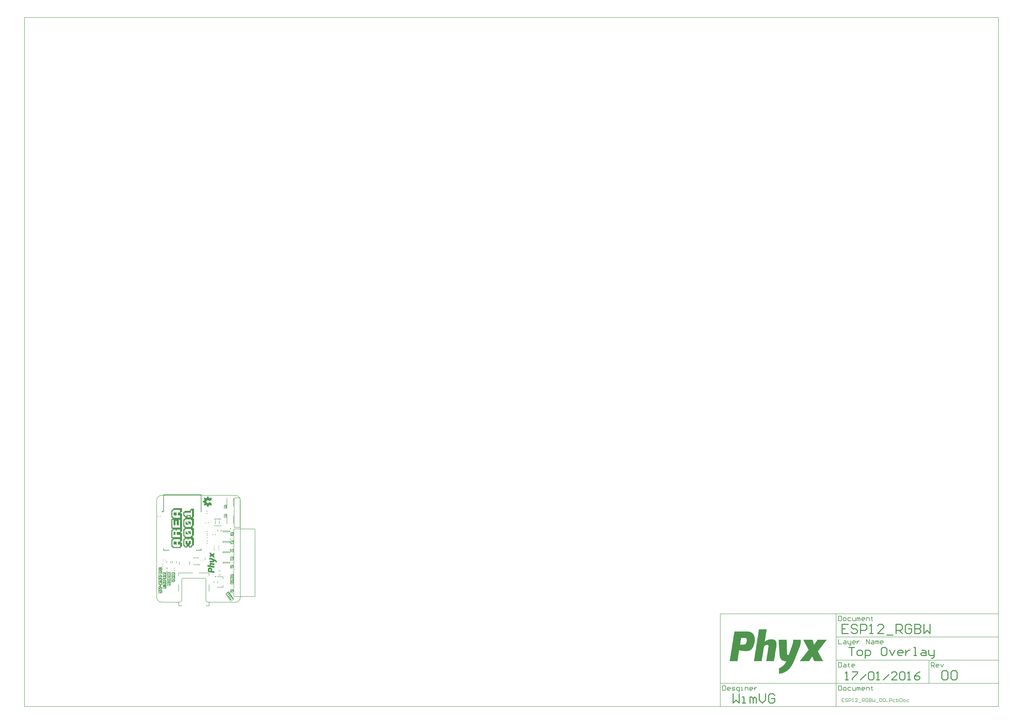
<source format=gto>
G04 Layer_Color=65535*
%FSLAX25Y25*%
%MOIN*%
G70*
G01*
G75*
%ADD12C,0.00591*%
%ADD34C,0.00984*%
%ADD35C,0.01575*%
%ADD36C,0.00787*%
%ADD52C,0.01181*%
%ADD56C,0.01000*%
%ADD57C,0.00394*%
G36*
X92138Y66424D02*
X92565D01*
Y66363D01*
X92992D01*
Y66302D01*
X93358D01*
Y66241D01*
X93725D01*
Y66180D01*
X94091D01*
Y66119D01*
X94518D01*
Y66058D01*
X94884D01*
Y65996D01*
X95250D01*
Y65935D01*
X95678D01*
Y65874D01*
X96044D01*
Y65813D01*
X96410D01*
Y65752D01*
X96776D01*
Y65691D01*
X97203D01*
Y65630D01*
X97570D01*
Y65569D01*
X97692D01*
Y62762D01*
X97570D01*
Y62823D01*
X97203D01*
Y62884D01*
X96776D01*
Y62945D01*
X96410D01*
Y63006D01*
X96044D01*
Y63067D01*
X95617D01*
Y63128D01*
X95250D01*
Y63189D01*
X94823D01*
Y63250D01*
X94457D01*
Y63311D01*
X94091D01*
Y63372D01*
X93725D01*
Y63433D01*
X93297D01*
Y63494D01*
X92931D01*
Y63555D01*
X92504D01*
Y63616D01*
X92138D01*
Y63555D01*
X92016D01*
Y63494D01*
X91955D01*
Y63433D01*
X91894D01*
Y63311D01*
X91833D01*
Y62945D01*
X91894D01*
Y62640D01*
X91955D01*
Y62457D01*
X92016D01*
Y62335D01*
X92077D01*
Y62274D01*
X92138D01*
Y62152D01*
X92199D01*
Y62091D01*
X92260D01*
Y62029D01*
X92382D01*
Y61968D01*
X92565D01*
Y61908D01*
X92931D01*
Y61847D01*
X93358D01*
Y61785D01*
X93725D01*
Y61724D01*
X94091D01*
Y61663D01*
X94457D01*
Y61602D01*
X94884D01*
Y61541D01*
X95250D01*
Y61480D01*
X95617D01*
Y61419D01*
X96044D01*
Y61358D01*
X96410D01*
Y61297D01*
X96776D01*
Y61236D01*
X97142D01*
Y61175D01*
X97570D01*
Y61114D01*
X97692D01*
Y58307D01*
X97570D01*
Y58368D01*
X97142D01*
Y58429D01*
X96776D01*
Y58490D01*
X96410D01*
Y58551D01*
X95983D01*
Y58612D01*
X95617D01*
Y58673D01*
X95250D01*
Y58734D01*
X94884D01*
Y58795D01*
X94457D01*
Y58856D01*
X94091D01*
Y58917D01*
X93725D01*
Y58978D01*
X93297D01*
Y59039D01*
X92931D01*
Y59100D01*
X92565D01*
Y59161D01*
X92199D01*
Y59222D01*
X91772D01*
Y59283D01*
X91405D01*
Y59344D01*
X91039D01*
Y59405D01*
X90673D01*
Y59466D01*
X90246D01*
Y59527D01*
X89880D01*
Y59588D01*
X89513D01*
Y59649D01*
X89086D01*
Y59710D01*
X88720D01*
Y59771D01*
X88354D01*
Y59832D01*
X87988D01*
Y59894D01*
X87560D01*
Y59955D01*
X87194D01*
Y60015D01*
X86828D01*
Y60077D01*
X86401D01*
Y60138D01*
X86218D01*
Y62945D01*
X86340D01*
Y62884D01*
X86706D01*
Y62823D01*
X87072D01*
Y62762D01*
X87499D01*
Y62701D01*
X87866D01*
Y62640D01*
X88232D01*
Y62579D01*
X88659D01*
Y62518D01*
X89025D01*
Y62457D01*
X89391D01*
Y62396D01*
X89758D01*
Y62335D01*
X90185D01*
Y62274D01*
X90551D01*
Y62213D01*
X90673D01*
Y62335D01*
X90612D01*
Y62396D01*
X90551D01*
Y62457D01*
X90490D01*
Y62579D01*
X90429D01*
Y62640D01*
X90368D01*
Y62701D01*
X90307D01*
Y62823D01*
X90246D01*
Y62945D01*
X90185D01*
Y63006D01*
X90124D01*
Y63128D01*
X90063D01*
Y63311D01*
X90002D01*
Y63433D01*
X89941D01*
Y63616D01*
X89880D01*
Y63921D01*
X89819D01*
Y65264D01*
X89880D01*
Y65508D01*
X89941D01*
Y65691D01*
X90002D01*
Y65813D01*
X90063D01*
Y65874D01*
X90124D01*
Y65996D01*
X90185D01*
Y66058D01*
X90246D01*
Y66119D01*
X90307D01*
Y66180D01*
X90368D01*
Y66241D01*
X90490D01*
Y66302D01*
X90612D01*
Y66363D01*
X90795D01*
Y66424D01*
X91039D01*
Y66485D01*
X92138D01*
Y66424D01*
D02*
G37*
G36*
X130945Y104001D02*
Y103377D01*
Y102761D01*
Y102138D01*
Y101514D01*
Y100891D01*
Y100288D01*
Y99665D01*
Y99041D01*
X130334D01*
Y98425D01*
X128491D01*
Y99041D01*
X127868D01*
Y98425D01*
X125395D01*
Y99041D01*
X124772D01*
Y99665D01*
Y100288D01*
Y100891D01*
Y101514D01*
Y102138D01*
Y102761D01*
Y103377D01*
X125395D01*
Y104001D01*
X126005D01*
Y104611D01*
X128491D01*
Y104001D01*
X129114D01*
Y104611D01*
X130945D01*
Y104001D01*
D02*
G37*
G36*
X90490Y58551D02*
X90917D01*
Y58490D01*
X91222D01*
Y58429D01*
X91527D01*
Y58368D01*
X91711D01*
Y58307D01*
X91955D01*
Y58246D01*
X92138D01*
Y58185D01*
X92260D01*
Y58124D01*
X92443D01*
Y58062D01*
X92565D01*
Y58002D01*
X92687D01*
Y57941D01*
X92809D01*
Y57879D01*
X92870D01*
Y57818D01*
X92992D01*
Y57757D01*
X93053D01*
Y57696D01*
X93114D01*
Y57635D01*
X93236D01*
Y57574D01*
X93297D01*
Y57513D01*
X93358D01*
Y57452D01*
X93419D01*
Y57391D01*
X93480D01*
Y57330D01*
X93542D01*
Y57208D01*
X93603D01*
Y57147D01*
X93664D01*
Y57025D01*
X93725D01*
Y56964D01*
X93786D01*
Y56842D01*
X93847D01*
Y56659D01*
X93908D01*
Y56476D01*
X93969D01*
Y56293D01*
X94030D01*
Y55927D01*
X94091D01*
Y54828D01*
X94030D01*
Y54279D01*
X93969D01*
Y53851D01*
X93908D01*
Y53546D01*
X93847D01*
Y53241D01*
X93786D01*
Y52936D01*
X94213D01*
Y52875D01*
X94579D01*
Y52814D01*
X94945D01*
Y52753D01*
X95372D01*
Y52692D01*
X95739D01*
Y52631D01*
X96105D01*
Y52570D01*
X96532D01*
Y52509D01*
X96898D01*
Y52448D01*
X97264D01*
Y52387D01*
X97692D01*
Y49518D01*
X97631D01*
Y49579D01*
X97325D01*
Y49640D01*
X96898D01*
Y49701D01*
X96532D01*
Y49762D01*
X96166D01*
Y49823D01*
X95739D01*
Y49884D01*
X95372D01*
Y49946D01*
X95006D01*
Y50007D01*
X94640D01*
Y50068D01*
X94213D01*
Y50129D01*
X93847D01*
Y50190D01*
X93480D01*
Y50251D01*
X93114D01*
Y50312D01*
X92687D01*
Y50373D01*
X92321D01*
Y50434D01*
X91955D01*
Y50495D01*
X91527D01*
Y50556D01*
X91161D01*
Y50617D01*
X90795D01*
Y50678D01*
X90429D01*
Y50739D01*
X90002D01*
Y50800D01*
X89635D01*
Y50861D01*
X89269D01*
Y50922D01*
X88842D01*
Y50983D01*
X88476D01*
Y51044D01*
X88110D01*
Y51105D01*
X87682D01*
Y51166D01*
X87316D01*
Y51227D01*
X86950D01*
Y56293D01*
X87011D01*
Y56659D01*
X87072D01*
Y56842D01*
X87133D01*
Y57025D01*
X87194D01*
Y57208D01*
X87255D01*
Y57330D01*
X87316D01*
Y57391D01*
X87377D01*
Y57513D01*
X87438D01*
Y57574D01*
X87499D01*
Y57696D01*
X87560D01*
Y57757D01*
X87621D01*
Y57818D01*
X87682D01*
Y57879D01*
X87744D01*
Y57941D01*
X87805D01*
Y58002D01*
X87866D01*
Y58062D01*
X87988D01*
Y58124D01*
X88049D01*
Y58185D01*
X88171D01*
Y58246D01*
X88232D01*
Y58307D01*
X88354D01*
Y58368D01*
X88537D01*
Y58429D01*
X88720D01*
Y58490D01*
X88964D01*
Y58551D01*
X89269D01*
Y58612D01*
X90490D01*
Y58551D01*
D02*
G37*
G36*
X91222Y75212D02*
X91527D01*
Y75151D01*
X91772D01*
Y75090D01*
X92016D01*
Y75029D01*
X92199D01*
Y74968D01*
X92382D01*
Y74907D01*
X92565D01*
Y74846D01*
X92748D01*
Y74785D01*
X92870D01*
Y74724D01*
X92992D01*
Y74663D01*
X93175D01*
Y74602D01*
X93297D01*
Y74541D01*
X93480D01*
Y74480D01*
X93603D01*
Y74419D01*
X93786D01*
Y74358D01*
X93908D01*
Y74297D01*
X94091D01*
Y74236D01*
X94213D01*
Y74175D01*
X94396D01*
Y74114D01*
X94518D01*
Y74053D01*
X94701D01*
Y73992D01*
X94823D01*
Y73931D01*
X95006D01*
Y73869D01*
X95128D01*
Y73808D01*
X95311D01*
Y73747D01*
X95433D01*
Y73686D01*
X95617D01*
Y73625D01*
X95739D01*
Y73564D01*
X95922D01*
Y73503D01*
X96044D01*
Y73442D01*
X96227D01*
Y73381D01*
X96349D01*
Y73320D01*
X96532D01*
Y73259D01*
X96654D01*
Y73198D01*
X96837D01*
Y73137D01*
X96959D01*
Y73076D01*
X97142D01*
Y73015D01*
X97264D01*
Y72954D01*
X97447D01*
Y72893D01*
X97570D01*
Y72832D01*
X97753D01*
Y72771D01*
X97875D01*
Y72710D01*
X97997D01*
Y72649D01*
X98119D01*
Y72588D01*
X98302D01*
Y72527D01*
X98363D01*
Y72466D01*
X98546D01*
Y72405D01*
X98607D01*
Y72344D01*
X98729D01*
Y72283D01*
X98851D01*
Y72222D01*
X98973D01*
Y72161D01*
X99095D01*
Y72100D01*
X99156D01*
Y72039D01*
X99278D01*
Y71978D01*
X99400D01*
Y71917D01*
X99462D01*
Y71855D01*
X99523D01*
Y71794D01*
X99645D01*
Y71733D01*
X99705D01*
Y71672D01*
X99828D01*
Y71611D01*
X99889D01*
Y71550D01*
X99950D01*
Y71489D01*
X100072D01*
Y71428D01*
X100133D01*
Y71367D01*
X100194D01*
Y71306D01*
X100255D01*
Y71245D01*
X100316D01*
Y71184D01*
X100438D01*
Y71123D01*
X100499D01*
Y71062D01*
X100560D01*
Y71001D01*
X100621D01*
Y70940D01*
X100682D01*
Y70879D01*
X100743D01*
Y70818D01*
X100804D01*
Y70757D01*
X100865D01*
Y70635D01*
X100926D01*
Y70574D01*
X100987D01*
Y70513D01*
X101048D01*
Y70452D01*
X101109D01*
Y70391D01*
X101170D01*
Y70269D01*
X101231D01*
Y70208D01*
X101292D01*
Y70086D01*
X101353D01*
Y70025D01*
X101414D01*
Y69902D01*
X101476D01*
Y69841D01*
X101537D01*
Y69719D01*
X101597D01*
Y69597D01*
X101659D01*
Y69475D01*
X101720D01*
Y69353D01*
X101781D01*
Y69231D01*
X101842D01*
Y69048D01*
X101903D01*
Y68926D01*
X101964D01*
Y68743D01*
X102025D01*
Y68499D01*
X102086D01*
Y68255D01*
X102147D01*
Y67888D01*
X102208D01*
Y67461D01*
X102269D01*
Y67400D01*
X100255D01*
Y67522D01*
X100194D01*
Y67644D01*
X100133D01*
Y67766D01*
X100072D01*
Y67888D01*
X100011D01*
Y68010D01*
X99950D01*
Y68133D01*
X99889D01*
Y68194D01*
X99828D01*
Y68316D01*
X99767D01*
Y68377D01*
X99705D01*
Y68499D01*
X99645D01*
Y68560D01*
X99584D01*
Y68621D01*
X99523D01*
Y68743D01*
X99462D01*
Y68804D01*
X99400D01*
Y68865D01*
X99339D01*
Y68926D01*
X99278D01*
Y68987D01*
X99217D01*
Y69048D01*
X99156D01*
Y69109D01*
X99095D01*
Y69170D01*
X99034D01*
Y69231D01*
X98973D01*
Y69292D01*
X98912D01*
Y69353D01*
X98851D01*
Y69414D01*
X98729D01*
Y69475D01*
X98668D01*
Y69536D01*
X98607D01*
Y69597D01*
X98485D01*
Y69658D01*
X98424D01*
Y69719D01*
X98302D01*
Y69780D01*
X98180D01*
Y69841D01*
X98119D01*
Y69902D01*
X97997D01*
Y69964D01*
X97875D01*
Y70025D01*
X97753D01*
Y69658D01*
X97692D01*
Y69231D01*
X97631D01*
Y68987D01*
X97570D01*
Y68865D01*
X97509D01*
Y68682D01*
X97447D01*
Y68560D01*
X97386D01*
Y68499D01*
X97325D01*
Y68377D01*
X97264D01*
Y68316D01*
X97203D01*
Y68255D01*
X97142D01*
Y68194D01*
X97081D01*
Y68133D01*
X97020D01*
Y68072D01*
X96898D01*
Y68010D01*
X96837D01*
Y67949D01*
X96715D01*
Y67888D01*
X96593D01*
Y67827D01*
X96471D01*
Y67766D01*
X96288D01*
Y67705D01*
X96044D01*
Y67644D01*
X95617D01*
Y67583D01*
X94701D01*
Y67522D01*
X93786D01*
Y67461D01*
X92809D01*
Y67400D01*
X91833D01*
Y67339D01*
X90978D01*
Y67278D01*
X90002D01*
Y67217D01*
X89941D01*
Y70147D01*
X90795D01*
Y70208D01*
X93297D01*
Y70269D01*
X93358D01*
Y70208D01*
X93480D01*
Y70269D01*
X95067D01*
Y70330D01*
X95250D01*
Y70391D01*
X95311D01*
Y70452D01*
X95372D01*
Y70513D01*
X95433D01*
Y70696D01*
X95495D01*
Y70879D01*
X95433D01*
Y70940D01*
X95250D01*
Y71001D01*
X95128D01*
Y71062D01*
X94945D01*
Y71123D01*
X94762D01*
Y71184D01*
X94579D01*
Y71245D01*
X94396D01*
Y71306D01*
X94274D01*
Y71367D01*
X94091D01*
Y71428D01*
X93908D01*
Y71489D01*
X93725D01*
Y71550D01*
X93603D01*
Y71611D01*
X93419D01*
Y71672D01*
X93236D01*
Y71733D01*
X93053D01*
Y71794D01*
X92931D01*
Y71855D01*
X92748D01*
Y71917D01*
X92565D01*
Y71978D01*
X92382D01*
Y72039D01*
X92260D01*
Y72100D01*
X92077D01*
Y72161D01*
X91894D01*
Y72222D01*
X91711D01*
Y72283D01*
X91466D01*
Y72344D01*
X91222D01*
Y72405D01*
X90917D01*
Y72466D01*
X90551D01*
Y72527D01*
X89941D01*
Y75273D01*
X91222D01*
Y75212D01*
D02*
G37*
G36*
X130945Y89599D02*
Y88982D01*
Y88359D01*
Y87735D01*
Y87112D01*
Y86509D01*
Y85886D01*
Y85262D01*
X130334D01*
Y84646D01*
X128491D01*
Y85262D01*
Y85886D01*
X127251D01*
Y85262D01*
X125395D01*
Y85886D01*
X124772D01*
Y86509D01*
Y87112D01*
Y87735D01*
Y88359D01*
X125395D01*
Y88982D01*
X128491D01*
Y89599D01*
X129114D01*
Y90222D01*
X130945D01*
Y89599D01*
D02*
G37*
G36*
X42735Y152675D02*
X41120D01*
Y152445D01*
X40889D01*
Y150369D01*
X42735D01*
Y119455D01*
X40889D01*
Y117379D01*
X42735D01*
Y103076D01*
X40889D01*
Y100999D01*
X42735D01*
Y93848D01*
X42504D01*
Y94078D01*
X41120D01*
Y93848D01*
X40889D01*
Y92002D01*
X26816D01*
Y93848D01*
X26586D01*
Y94078D01*
X25201D01*
Y93848D01*
X24971D01*
Y94078D01*
X24740D01*
Y106536D01*
X26816D01*
Y108612D01*
X24740D01*
Y122916D01*
X26816D01*
Y124992D01*
X24740D01*
Y141141D01*
X26816D01*
Y141602D01*
X26586D01*
Y142986D01*
X26816D01*
Y143448D01*
X24740D01*
Y155905D01*
X26816D01*
Y157751D01*
X28431D01*
Y159596D01*
X42735D01*
Y152675D01*
D02*
G37*
G36*
X90002Y84611D02*
X90063D01*
Y84550D01*
X90185D01*
Y84489D01*
X90246D01*
Y84428D01*
X90307D01*
Y84367D01*
X90429D01*
Y84306D01*
X90490D01*
Y84245D01*
X90551D01*
Y84184D01*
X90612D01*
Y84123D01*
X90734D01*
Y84061D01*
X90795D01*
Y84000D01*
X90856D01*
Y83939D01*
X90978D01*
Y83878D01*
X91039D01*
Y83817D01*
X91100D01*
Y83756D01*
X91161D01*
Y83695D01*
X91283D01*
Y83634D01*
X91344D01*
Y83573D01*
X91405D01*
Y83512D01*
X91527D01*
Y83451D01*
X91588D01*
Y83390D01*
X91650D01*
Y83329D01*
X91772D01*
Y83268D01*
X91833D01*
Y83207D01*
X91894D01*
Y83146D01*
X91955D01*
Y83085D01*
X92077D01*
Y83024D01*
X92138D01*
Y82963D01*
X92199D01*
Y82902D01*
X92321D01*
Y82841D01*
X92382D01*
Y82780D01*
X92443D01*
Y82719D01*
X92565D01*
Y82658D01*
X92626D01*
Y82597D01*
X92687D01*
Y82536D01*
X92748D01*
Y82475D01*
X92870D01*
Y82414D01*
X92931D01*
Y82353D01*
X92992D01*
Y82292D01*
X93114D01*
Y82231D01*
X93175D01*
Y82170D01*
X93236D01*
Y82109D01*
X93358D01*
Y82048D01*
X93419D01*
Y81986D01*
X93480D01*
Y81925D01*
X93542D01*
Y81865D01*
X93664D01*
Y81803D01*
X93725D01*
Y81742D01*
X93786D01*
Y81681D01*
X93908D01*
Y81620D01*
X93969D01*
Y81559D01*
X94030D01*
Y81498D01*
X94091D01*
Y81437D01*
X94213D01*
Y81498D01*
X94335D01*
Y81559D01*
X94457D01*
Y81620D01*
X94518D01*
Y81681D01*
X94640D01*
Y81742D01*
X94762D01*
Y81803D01*
X94884D01*
Y81865D01*
X95006D01*
Y81925D01*
X95128D01*
Y81986D01*
X95250D01*
Y82048D01*
X95372D01*
Y82109D01*
X95495D01*
Y82170D01*
X95556D01*
Y82231D01*
X95678D01*
Y82292D01*
X95800D01*
Y82353D01*
X95922D01*
Y82414D01*
X96044D01*
Y82475D01*
X96166D01*
Y82536D01*
X96288D01*
Y82597D01*
X96410D01*
Y82658D01*
X96471D01*
Y82719D01*
X96593D01*
Y82780D01*
X96715D01*
Y82841D01*
X96837D01*
Y82902D01*
X96959D01*
Y82963D01*
X97081D01*
Y83024D01*
X97203D01*
Y83085D01*
X97325D01*
Y83146D01*
X97386D01*
Y83207D01*
X97509D01*
Y83268D01*
X97631D01*
Y83329D01*
X97692D01*
Y80095D01*
X97631D01*
Y80033D01*
X97447D01*
Y79972D01*
X97264D01*
Y79912D01*
X97142D01*
Y79850D01*
X96959D01*
Y79789D01*
X96776D01*
Y79728D01*
X96654D01*
Y79667D01*
X96471D01*
Y79606D01*
X96288D01*
Y79545D01*
X96105D01*
Y79484D01*
X96044D01*
Y79362D01*
X96166D01*
Y79301D01*
X96227D01*
Y79240D01*
X96349D01*
Y79179D01*
X96410D01*
Y79118D01*
X96532D01*
Y79057D01*
X96593D01*
Y78996D01*
X96715D01*
Y78935D01*
X96776D01*
Y78874D01*
X96837D01*
Y78813D01*
X96959D01*
Y78752D01*
X97020D01*
Y78691D01*
X97142D01*
Y78630D01*
X97203D01*
Y78569D01*
X97325D01*
Y78508D01*
X97386D01*
Y78447D01*
X97509D01*
Y78386D01*
X97570D01*
Y78325D01*
X97692D01*
Y74907D01*
X97631D01*
Y74968D01*
X97570D01*
Y75029D01*
X97509D01*
Y75090D01*
X97447D01*
Y75151D01*
X97325D01*
Y75212D01*
X97264D01*
Y75273D01*
X97203D01*
Y75334D01*
X97142D01*
Y75395D01*
X97020D01*
Y75456D01*
X96959D01*
Y75517D01*
X96898D01*
Y75578D01*
X96776D01*
Y75639D01*
X96715D01*
Y75700D01*
X96654D01*
Y75761D01*
X96593D01*
Y75822D01*
X96471D01*
Y75884D01*
X96410D01*
Y75945D01*
X96349D01*
Y76006D01*
X96288D01*
Y76066D01*
X96166D01*
Y76128D01*
X96105D01*
Y76189D01*
X96044D01*
Y76250D01*
X95922D01*
Y76311D01*
X95861D01*
Y76372D01*
X95800D01*
Y76433D01*
X95739D01*
Y76494D01*
X95617D01*
Y76555D01*
X95556D01*
Y76616D01*
X95495D01*
Y76677D01*
X95372D01*
Y76738D01*
X95311D01*
Y76799D01*
X95250D01*
Y76860D01*
X95189D01*
Y76921D01*
X95067D01*
Y76982D01*
X95006D01*
Y77043D01*
X94945D01*
Y77104D01*
X94823D01*
Y77165D01*
X94762D01*
Y77226D01*
X94701D01*
Y77287D01*
X94640D01*
Y77348D01*
X94518D01*
Y77409D01*
X94457D01*
Y77470D01*
X94396D01*
Y77531D01*
X94335D01*
Y77592D01*
X94213D01*
Y77653D01*
X94152D01*
Y77714D01*
X94091D01*
Y77775D01*
X93969D01*
Y77836D01*
X93908D01*
Y77898D01*
X93847D01*
Y77959D01*
X93786D01*
Y78019D01*
X93664D01*
Y78081D01*
X93480D01*
Y78019D01*
X93419D01*
Y77959D01*
X93297D01*
Y77898D01*
X93175D01*
Y77836D01*
X93053D01*
Y77775D01*
X92931D01*
Y77714D01*
X92809D01*
Y77653D01*
X92687D01*
Y77592D01*
X92626D01*
Y77531D01*
X92504D01*
Y77470D01*
X92382D01*
Y77409D01*
X92260D01*
Y77348D01*
X92138D01*
Y77287D01*
X92016D01*
Y77226D01*
X91894D01*
Y77165D01*
X91833D01*
Y77104D01*
X91711D01*
Y77043D01*
X91588D01*
Y76982D01*
X91466D01*
Y76921D01*
X91344D01*
Y76860D01*
X91222D01*
Y76799D01*
X91100D01*
Y76738D01*
X90978D01*
Y76677D01*
X90917D01*
Y76616D01*
X90795D01*
Y76555D01*
X90673D01*
Y76494D01*
X90551D01*
Y76433D01*
X90429D01*
Y76372D01*
X90307D01*
Y76311D01*
X90185D01*
Y76250D01*
X90124D01*
Y76189D01*
X90002D01*
Y76128D01*
X89941D01*
Y79484D01*
X90002D01*
Y79545D01*
X90185D01*
Y79606D01*
X90368D01*
Y79667D01*
X90551D01*
Y79728D01*
X90734D01*
Y79789D01*
X90917D01*
Y79850D01*
X91100D01*
Y79912D01*
X91283D01*
Y79972D01*
X91466D01*
Y80033D01*
X91711D01*
Y80156D01*
X91650D01*
Y80217D01*
X91588D01*
Y80278D01*
X91466D01*
Y80339D01*
X91405D01*
Y80400D01*
X91283D01*
Y80461D01*
X91222D01*
Y80522D01*
X91100D01*
Y80583D01*
X91039D01*
Y80644D01*
X90917D01*
Y80705D01*
X90856D01*
Y80766D01*
X90734D01*
Y80827D01*
X90673D01*
Y80888D01*
X90551D01*
Y80949D01*
X90490D01*
Y81010D01*
X90368D01*
Y81071D01*
X90307D01*
Y81132D01*
X90185D01*
Y81193D01*
X90124D01*
Y81254D01*
X90002D01*
Y81315D01*
X89941D01*
Y84672D01*
X90002D01*
Y84611D01*
D02*
G37*
G36*
X130334Y117781D02*
X130945D01*
Y117157D01*
Y116541D01*
Y115918D01*
Y115295D01*
Y114671D01*
Y114068D01*
Y113445D01*
X130334D01*
Y112821D01*
X129724D01*
Y112205D01*
X127868D01*
Y112821D01*
X127251D01*
Y112205D01*
X125395D01*
Y112821D01*
X124772D01*
Y113445D01*
Y114068D01*
Y114671D01*
Y115295D01*
Y115918D01*
Y116541D01*
Y117157D01*
X125395D01*
Y117781D01*
X126005D01*
Y118391D01*
X130334D01*
Y117781D01*
D02*
G37*
G36*
X30531Y49799D02*
X31141D01*
Y49176D01*
Y48559D01*
Y47936D01*
Y47313D01*
Y46690D01*
Y46086D01*
Y45463D01*
X30531D01*
Y44840D01*
X29921D01*
Y44833D01*
X30531D01*
Y44223D01*
X31141D01*
Y43600D01*
Y42983D01*
Y42360D01*
Y41737D01*
Y41113D01*
Y40510D01*
Y39887D01*
X30531D01*
Y39263D01*
X29921D01*
Y38647D01*
Y38024D01*
X30531D01*
Y37407D01*
X31141D01*
Y36784D01*
Y36161D01*
Y35537D01*
X30531D01*
Y34934D01*
X29921D01*
Y34311D01*
X29311D01*
Y33687D01*
X28688D01*
Y33071D01*
X24969D01*
Y33687D01*
Y34311D01*
Y34934D01*
Y35537D01*
X25592D01*
Y36161D01*
X24969D01*
Y36784D01*
Y37407D01*
Y38024D01*
Y38647D01*
X25592D01*
Y39263D01*
X24969D01*
Y39887D01*
Y40510D01*
Y41113D01*
Y41737D01*
Y42360D01*
Y42983D01*
Y43600D01*
X25592D01*
Y44223D01*
Y44840D01*
X24969D01*
Y45463D01*
Y46086D01*
Y46690D01*
Y47313D01*
Y47936D01*
Y48559D01*
Y49176D01*
X25592D01*
Y49799D01*
X26202D01*
Y50409D01*
X30531D01*
Y49799D01*
D02*
G37*
G36*
X16181Y49901D02*
Y49278D01*
Y48661D01*
Y48038D01*
Y47415D01*
Y46792D01*
Y46188D01*
Y45565D01*
Y44942D01*
Y44319D01*
Y43702D01*
Y43079D01*
Y42456D01*
Y41832D01*
Y41229D01*
Y40606D01*
Y39983D01*
X15571D01*
Y39366D01*
X14961D01*
Y38743D01*
Y38126D01*
Y37503D01*
Y36880D01*
X16181D01*
Y36256D01*
Y35653D01*
Y35030D01*
Y34407D01*
X15571D01*
Y33790D01*
X16181D01*
Y33167D01*
Y32550D01*
Y31927D01*
Y31304D01*
Y30680D01*
Y30077D01*
Y29454D01*
X15571D01*
Y28831D01*
X14961D01*
Y28824D01*
X16181D01*
Y28214D01*
Y27591D01*
Y26974D01*
Y26351D01*
Y25728D01*
Y25104D01*
Y24501D01*
Y23878D01*
Y23254D01*
X15571D01*
Y22638D01*
X10008D01*
Y23254D01*
Y23878D01*
Y24501D01*
Y25104D01*
Y25728D01*
Y26351D01*
Y26974D01*
Y27591D01*
Y28214D01*
X10631D01*
Y28831D01*
X10008D01*
Y29454D01*
Y30077D01*
Y30680D01*
Y31304D01*
Y31927D01*
Y32550D01*
Y33167D01*
X10631D01*
Y33790D01*
X10008D01*
Y34407D01*
Y35030D01*
Y35653D01*
Y36256D01*
Y36880D01*
Y37503D01*
Y38126D01*
Y38743D01*
X10631D01*
Y39366D01*
X11241D01*
Y39976D01*
X13727D01*
Y39983D01*
Y40606D01*
X12488D01*
Y39983D01*
X10631D01*
Y40606D01*
X10008D01*
Y41229D01*
Y41832D01*
Y42456D01*
Y43079D01*
X10631D01*
Y43702D01*
X13727D01*
Y44319D01*
X14351D01*
Y44325D01*
X13727D01*
Y44942D01*
X13104D01*
Y44325D01*
X10631D01*
Y44942D01*
X10008D01*
Y45565D01*
Y46188D01*
Y46792D01*
Y47415D01*
Y48038D01*
Y48661D01*
Y49278D01*
X10631D01*
Y49901D01*
X11241D01*
Y50511D01*
X13727D01*
Y49901D01*
X14351D01*
Y50511D01*
X16181D01*
Y49901D01*
D02*
G37*
G36*
X23661Y49863D02*
Y49240D01*
Y48623D01*
Y48000D01*
X23051D01*
Y47377D01*
X23661D01*
Y46754D01*
Y46150D01*
Y45527D01*
Y44904D01*
X23051D01*
Y44287D01*
X23661D01*
Y43664D01*
Y43047D01*
Y42424D01*
Y41801D01*
Y41178D01*
Y40574D01*
Y39951D01*
Y39328D01*
X23051D01*
Y39321D01*
X23661D01*
Y38711D01*
Y38088D01*
Y37471D01*
Y36848D01*
Y36225D01*
Y35602D01*
Y34998D01*
Y34375D01*
X23051D01*
Y33752D01*
X22441D01*
Y33745D01*
X23661D01*
Y33135D01*
Y32512D01*
Y31895D01*
Y31272D01*
X23051D01*
Y30649D01*
X23661D01*
Y30026D01*
Y29422D01*
Y28799D01*
Y28176D01*
X23051D01*
Y27559D01*
X17488D01*
Y28176D01*
Y28799D01*
Y29422D01*
Y30026D01*
Y30649D01*
Y31272D01*
Y31895D01*
Y32512D01*
X18111D01*
Y33135D01*
Y33752D01*
X17488D01*
Y34375D01*
Y34998D01*
Y35602D01*
Y36225D01*
Y36848D01*
Y37471D01*
Y38088D01*
X18111D01*
Y38711D01*
X17488D01*
Y39328D01*
Y39951D01*
Y40574D01*
Y41178D01*
Y41801D01*
Y42424D01*
Y43047D01*
Y43664D01*
X18111D01*
Y44287D01*
X17488D01*
Y44904D01*
Y45527D01*
Y46150D01*
Y46754D01*
X18111D01*
Y47377D01*
X17488D01*
Y48000D01*
Y48623D01*
Y49240D01*
Y49863D01*
X18111D01*
Y50473D01*
X23661D01*
Y49863D01*
D02*
G37*
G36*
X8484Y58657D02*
X9094D01*
Y58034D01*
Y57417D01*
Y56794D01*
Y56170D01*
Y55547D01*
Y54944D01*
Y54321D01*
X8484D01*
Y53697D01*
X7874D01*
Y53081D01*
X8484D01*
Y52458D01*
X9094D01*
Y51841D01*
Y51218D01*
Y50595D01*
Y49971D01*
Y49368D01*
Y48745D01*
Y48121D01*
X8484D01*
Y47505D01*
X2921D01*
Y48121D01*
Y48745D01*
Y49368D01*
Y49971D01*
Y50595D01*
Y51218D01*
Y51841D01*
X3544D01*
Y52458D01*
X4154D01*
Y53081D01*
X3544D01*
Y53697D01*
X2921D01*
Y54321D01*
Y54944D01*
Y55547D01*
Y56170D01*
Y56794D01*
Y57417D01*
Y58034D01*
X3544D01*
Y58657D01*
X4154D01*
Y59267D01*
X6018D01*
Y58657D01*
X6641D01*
Y59267D01*
X8484D01*
Y58657D01*
D02*
G37*
G36*
X119626Y164207D02*
Y163612D01*
Y163022D01*
Y162427D01*
X119043D01*
Y161831D01*
X119626D01*
Y161235D01*
Y160659D01*
Y160063D01*
Y159467D01*
X119043D01*
Y158878D01*
X113726D01*
Y159467D01*
Y160063D01*
Y160659D01*
Y161235D01*
Y161831D01*
Y162427D01*
Y163022D01*
Y163612D01*
X114322D01*
Y164207D01*
X114905D01*
Y164791D01*
X119626D01*
Y164207D01*
D02*
G37*
G36*
X7264Y45740D02*
X7874D01*
Y45117D01*
X8484D01*
Y44500D01*
X9094D01*
Y43877D01*
Y43254D01*
Y42631D01*
X8484D01*
Y42027D01*
X7874D01*
Y41404D01*
X7264D01*
Y40781D01*
X6641D01*
Y40774D01*
X8484D01*
Y40164D01*
X9094D01*
Y39541D01*
Y38924D01*
Y38301D01*
Y37678D01*
Y37055D01*
Y36451D01*
Y35828D01*
X8484D01*
Y35205D01*
X7874D01*
Y35198D01*
X9094D01*
Y34588D01*
Y33965D01*
Y33348D01*
Y32725D01*
Y32102D01*
Y31479D01*
Y30875D01*
Y30252D01*
Y29629D01*
X8484D01*
Y29012D01*
X7264D01*
Y29006D01*
Y28382D01*
Y27779D01*
Y27156D01*
Y26532D01*
X6641D01*
Y26526D01*
X7264D01*
Y25916D01*
X7874D01*
Y25293D01*
X8484D01*
Y24676D01*
X9094D01*
Y24053D01*
Y23430D01*
Y22806D01*
X8484D01*
Y22203D01*
X7874D01*
Y21580D01*
X7264D01*
Y20956D01*
X6641D01*
Y20950D01*
X8484D01*
Y20340D01*
X9094D01*
Y19717D01*
Y19100D01*
Y18477D01*
Y17854D01*
Y17230D01*
Y16627D01*
Y16004D01*
X8484D01*
Y15380D01*
X7874D01*
Y14764D01*
X2921D01*
Y15380D01*
Y16004D01*
Y16627D01*
Y17230D01*
Y17854D01*
Y18477D01*
Y19100D01*
Y19717D01*
Y20340D01*
Y20956D01*
Y21580D01*
Y22203D01*
Y22806D01*
X3544D01*
Y23430D01*
X2921D01*
Y24053D01*
Y24676D01*
Y25293D01*
Y25916D01*
X3544D01*
Y26526D01*
X4778D01*
Y26532D01*
Y27156D01*
Y27779D01*
Y28382D01*
Y29006D01*
X5401D01*
Y29012D01*
X3544D01*
Y29629D01*
X2921D01*
Y30252D01*
Y30875D01*
Y31479D01*
Y32102D01*
Y32725D01*
Y33348D01*
Y33965D01*
X3544D01*
Y34588D01*
X2921D01*
Y35205D01*
Y35828D01*
Y36451D01*
Y37055D01*
Y37678D01*
Y38301D01*
Y38924D01*
Y39541D01*
Y40164D01*
Y40781D01*
Y41404D01*
Y42027D01*
Y42631D01*
X3544D01*
Y43254D01*
X2921D01*
Y43877D01*
Y44500D01*
Y45117D01*
Y45740D01*
X3544D01*
Y46350D01*
X7264D01*
Y45740D01*
D02*
G37*
G36*
X119023Y148991D02*
X119606D01*
Y148395D01*
Y147806D01*
Y147210D01*
Y146615D01*
Y146019D01*
Y145442D01*
Y144846D01*
Y144251D01*
X119023D01*
Y143661D01*
X113706D01*
Y144251D01*
Y144846D01*
Y145442D01*
Y146019D01*
Y146615D01*
Y147210D01*
Y147806D01*
Y148395D01*
X114302D01*
Y148991D01*
X114885D01*
Y149574D01*
X119023D01*
Y148991D01*
D02*
G37*
G36*
X63080Y144352D02*
X61465D01*
Y142276D01*
X63080D01*
Y129818D01*
X61465D01*
Y129587D01*
X61234D01*
Y125665D01*
X63080D01*
Y113208D01*
X61465D01*
Y112977D01*
X61234D01*
Y109286D01*
X61465D01*
Y109055D01*
X62849D01*
Y109286D01*
X63080D01*
Y96597D01*
X61234D01*
Y94983D01*
X61465D01*
Y94752D01*
X59619D01*
Y92906D01*
X54313D01*
Y94752D01*
X52237D01*
Y92906D01*
X47162D01*
Y94752D01*
X45085D01*
Y107210D01*
X45316D01*
Y107440D01*
X45547D01*
Y107210D01*
X46931D01*
Y107440D01*
X47162D01*
Y111131D01*
X46931D01*
Y111362D01*
X45085D01*
Y123820D01*
X47162D01*
Y127742D01*
X46931D01*
Y127972D01*
X45085D01*
Y140430D01*
X47162D01*
Y142276D01*
X48777D01*
Y144121D01*
X49007D01*
Y144352D01*
X47162D01*
Y146197D01*
X45085D01*
Y153118D01*
X46931D01*
Y153349D01*
X47162D01*
Y154964D01*
X56159D01*
Y156809D01*
X58004D01*
Y158655D01*
X63080D01*
Y144352D01*
D02*
G37*
G36*
X87752Y179179D02*
X87927D01*
Y179004D01*
X87986D01*
Y178946D01*
X87927D01*
Y178888D01*
X87986D01*
Y178713D01*
X88044D01*
Y178422D01*
X88102D01*
Y178363D01*
X88044D01*
Y178305D01*
X88102D01*
Y178130D01*
X88161D01*
Y177839D01*
X88219D01*
Y177780D01*
X88161D01*
Y177722D01*
X88219D01*
Y177547D01*
X88277D01*
Y177489D01*
X88219D01*
Y177431D01*
X88277D01*
Y177139D01*
X88335D01*
Y177081D01*
X88277D01*
Y177023D01*
X88335D01*
Y176965D01*
X88394D01*
Y176906D01*
X88568D01*
Y176848D01*
X88627D01*
Y176790D01*
X88685D01*
Y176848D01*
X88743D01*
Y176790D01*
X88801D01*
Y176732D01*
X88976D01*
Y176673D01*
X89151D01*
Y176615D01*
X89210D01*
Y176557D01*
X89268D01*
Y176615D01*
X89326D01*
Y176557D01*
X89384D01*
Y176498D01*
X89559D01*
Y176440D01*
X89734D01*
Y176382D01*
X89792D01*
Y176324D01*
X89850D01*
Y176382D01*
X89909D01*
Y176324D01*
X89967D01*
Y176265D01*
X90200D01*
Y176324D01*
X90317D01*
Y176382D01*
X90375D01*
Y176440D01*
X90433D01*
Y176498D01*
X90550D01*
Y176557D01*
X90666D01*
Y176615D01*
X90725D01*
Y176673D01*
X90783D01*
Y176732D01*
X90841D01*
Y176790D01*
X91016D01*
Y176848D01*
X91074D01*
Y176906D01*
X91133D01*
Y176965D01*
X91191D01*
Y177023D01*
X91249D01*
Y177081D01*
X91366D01*
Y177139D01*
X91482D01*
Y177198D01*
X91541D01*
Y177256D01*
X91599D01*
Y177314D01*
X91715D01*
Y177373D01*
X91832D01*
Y177431D01*
X91890D01*
Y177489D01*
X92065D01*
Y177431D01*
X92123D01*
Y177373D01*
X92182D01*
Y177314D01*
X92240D01*
Y177256D01*
X92298D01*
Y177198D01*
X92356D01*
Y177139D01*
X92415D01*
Y177081D01*
X92473D01*
Y177023D01*
X92531D01*
Y176965D01*
X92590D01*
Y176906D01*
X92648D01*
Y176848D01*
X92706D01*
Y176790D01*
X92765D01*
Y176732D01*
X92823D01*
Y176673D01*
X92881D01*
Y176615D01*
X92939D01*
Y176557D01*
X92998D01*
Y176498D01*
X93056D01*
Y176440D01*
X93114D01*
Y176382D01*
X93172D01*
Y176324D01*
X93231D01*
Y176265D01*
X93289D01*
Y176207D01*
X93347D01*
Y176149D01*
X93405D01*
Y176090D01*
X93464D01*
Y176032D01*
X93522D01*
Y175974D01*
X93580D01*
Y175916D01*
X93639D01*
Y175741D01*
X93580D01*
Y175682D01*
X93522D01*
Y175508D01*
X93405D01*
Y175391D01*
X93347D01*
Y175333D01*
X93289D01*
Y175216D01*
X93231D01*
Y175158D01*
X93172D01*
Y175041D01*
X93114D01*
Y174983D01*
X93056D01*
Y174925D01*
X92998D01*
Y174867D01*
X93056D01*
Y174808D01*
X92998D01*
Y174867D01*
X92939D01*
Y174692D01*
X92881D01*
Y174634D01*
X92823D01*
Y174575D01*
X92765D01*
Y174517D01*
X92706D01*
Y174342D01*
X92648D01*
Y174284D01*
X92590D01*
Y174225D01*
X92531D01*
Y174167D01*
X92473D01*
Y173992D01*
X92415D01*
Y173934D01*
X92473D01*
Y173876D01*
X92531D01*
Y173701D01*
X92590D01*
Y173643D01*
X92648D01*
Y173584D01*
X92706D01*
Y173410D01*
X92765D01*
Y173351D01*
X92823D01*
Y173177D01*
X92881D01*
Y173118D01*
X92823D01*
Y173060D01*
X92765D01*
Y173002D01*
X92590D01*
Y172943D01*
X92473D01*
Y172885D01*
X92356D01*
Y172827D01*
X92182D01*
Y172769D01*
X92123D01*
Y172710D01*
X92065D01*
Y172769D01*
X92007D01*
Y172710D01*
X91949D01*
Y172652D01*
X91774D01*
Y172594D01*
X91599D01*
Y172536D01*
X91541D01*
Y172477D01*
X91366D01*
Y172419D01*
X91307D01*
Y172361D01*
X91249D01*
Y172419D01*
X91191D01*
Y172361D01*
X91133D01*
Y172302D01*
X90958D01*
Y172244D01*
X90900D01*
Y172302D01*
X90841D01*
Y172244D01*
X90783D01*
Y172186D01*
X90725D01*
Y172127D01*
X90666D01*
Y172186D01*
X90608D01*
Y172127D01*
X90550D01*
Y172069D01*
X90375D01*
Y172011D01*
X90259D01*
Y171953D01*
X90142D01*
Y171894D01*
X90084D01*
Y171953D01*
X90025D01*
Y171894D01*
X89967D01*
Y171836D01*
X89792D01*
Y171778D01*
X89617D01*
Y171720D01*
X89559D01*
Y171661D01*
X89384D01*
Y171603D01*
X89326D01*
Y171545D01*
X89268D01*
Y171603D01*
X89210D01*
Y171545D01*
X89151D01*
Y171486D01*
X89093D01*
Y171545D01*
X88918D01*
Y171720D01*
X88860D01*
Y171778D01*
X88801D01*
Y171836D01*
X88743D01*
Y171894D01*
X88685D01*
Y172069D01*
X88627D01*
Y172127D01*
X88568D01*
Y172186D01*
X88510D01*
Y172244D01*
X88452D01*
Y172302D01*
X88394D01*
Y172361D01*
X88335D01*
Y172419D01*
X88277D01*
Y172477D01*
X88102D01*
Y172594D01*
X87986D01*
Y172652D01*
X87927D01*
Y172710D01*
X87869D01*
Y172769D01*
X87811D01*
Y172710D01*
X87752D01*
Y172769D01*
X87694D01*
Y172827D01*
X87519D01*
Y172885D01*
X87345D01*
Y172943D01*
X87286D01*
Y172885D01*
X87228D01*
Y172943D01*
X87053D01*
Y173002D01*
X86995D01*
Y172943D01*
X86937D01*
Y173002D01*
X86878D01*
Y172943D01*
X86820D01*
Y173002D01*
X86762D01*
Y172943D01*
X86703D01*
Y173002D01*
X86645D01*
Y172943D01*
X86587D01*
Y173002D01*
X86529D01*
Y172943D01*
X86470D01*
Y173002D01*
X86412D01*
Y172943D01*
X86121D01*
Y172885D01*
X86063D01*
Y172827D01*
X86004D01*
Y172885D01*
X85946D01*
Y172827D01*
X85829D01*
Y172769D01*
X85713D01*
Y172710D01*
X85596D01*
Y172652D01*
X85480D01*
Y172594D01*
X85421D01*
Y172536D01*
X85363D01*
Y172477D01*
X85305D01*
Y172536D01*
X85247D01*
Y172419D01*
X85130D01*
Y172361D01*
X85072D01*
Y172302D01*
X85014D01*
Y172244D01*
X84955D01*
Y172186D01*
X84897D01*
Y172011D01*
X84839D01*
Y172069D01*
X84780D01*
Y171894D01*
X84722D01*
Y171836D01*
X84664D01*
Y171720D01*
X84605D01*
Y171603D01*
X84547D01*
Y171428D01*
X84489D01*
Y171370D01*
X84431D01*
Y171312D01*
X84489D01*
Y171253D01*
X84431D01*
Y171079D01*
X84372D01*
Y170904D01*
X84314D01*
Y170845D01*
X84372D01*
Y170787D01*
X84314D01*
Y170729D01*
X84372D01*
Y170671D01*
X84314D01*
Y170612D01*
X84372D01*
Y170554D01*
X84314D01*
Y170496D01*
X84372D01*
Y170437D01*
X84314D01*
Y170379D01*
X84372D01*
Y170321D01*
X84314D01*
Y170263D01*
X84372D01*
Y170088D01*
X84431D01*
Y170029D01*
X84372D01*
Y169971D01*
X84431D01*
Y169796D01*
X84489D01*
Y169738D01*
X84547D01*
Y169680D01*
X84489D01*
Y169622D01*
X84547D01*
Y169563D01*
X84605D01*
Y169505D01*
X84664D01*
Y169330D01*
X84722D01*
Y169272D01*
X84780D01*
Y169097D01*
X84839D01*
Y169039D01*
X84897D01*
Y168981D01*
X84955D01*
Y168922D01*
X85014D01*
Y168864D01*
X85072D01*
Y168806D01*
X85130D01*
Y168747D01*
X85188D01*
Y168689D01*
X85247D01*
Y168631D01*
X85363D01*
Y168572D01*
X85480D01*
Y168514D01*
X85538D01*
Y168456D01*
X85596D01*
Y168398D01*
X85654D01*
Y168456D01*
X85713D01*
Y168398D01*
X85771D01*
Y168339D01*
X85946D01*
Y168281D01*
X86004D01*
Y168339D01*
X86063D01*
Y168281D01*
X86121D01*
Y168223D01*
X86296D01*
Y168165D01*
X86354D01*
Y168223D01*
X86412D01*
Y168165D01*
X86470D01*
Y168223D01*
X86529D01*
Y168165D01*
X86587D01*
Y168223D01*
X86645D01*
Y168165D01*
X86703D01*
Y168223D01*
X86762D01*
Y168165D01*
X86820D01*
Y168223D01*
X86878D01*
Y168165D01*
X86937D01*
Y168223D01*
X86995D01*
Y168165D01*
X87053D01*
Y168223D01*
X87112D01*
Y168165D01*
X87170D01*
Y168223D01*
X87345D01*
Y168281D01*
X87519D01*
Y168339D01*
X87578D01*
Y168281D01*
X87636D01*
Y168339D01*
X87694D01*
Y168398D01*
X87752D01*
Y168456D01*
X87811D01*
Y168398D01*
X87869D01*
Y168456D01*
X87927D01*
Y168514D01*
X87986D01*
Y168572D01*
X88102D01*
Y168631D01*
X88219D01*
Y168689D01*
X88277D01*
Y168747D01*
X88335D01*
Y168806D01*
X88394D01*
Y168864D01*
X88452D01*
Y168922D01*
X88510D01*
Y168981D01*
X88568D01*
Y169039D01*
X88627D01*
Y169097D01*
X88685D01*
Y169214D01*
X88743D01*
Y169330D01*
X88801D01*
Y169388D01*
X88860D01*
Y169447D01*
X88918D01*
Y169622D01*
X89210D01*
Y169563D01*
X89384D01*
Y169505D01*
X89443D01*
Y169447D01*
X89501D01*
Y169505D01*
X89559D01*
Y169447D01*
X89617D01*
Y169388D01*
X89792D01*
Y169330D01*
X89967D01*
Y169272D01*
X90025D01*
Y169214D01*
X90200D01*
Y169155D01*
X90259D01*
Y169097D01*
X90317D01*
Y169155D01*
X90375D01*
Y169097D01*
X90433D01*
Y169039D01*
X90608D01*
Y168981D01*
X90666D01*
Y169039D01*
X90725D01*
Y168981D01*
X90783D01*
Y168922D01*
X90841D01*
Y168864D01*
X90900D01*
Y168922D01*
X90958D01*
Y168864D01*
X91016D01*
Y168806D01*
X91191D01*
Y168747D01*
X91307D01*
Y168689D01*
X91424D01*
Y168631D01*
X91482D01*
Y168689D01*
X91541D01*
Y168631D01*
X91599D01*
Y168572D01*
X91774D01*
Y168514D01*
X91949D01*
Y168456D01*
X92007D01*
Y168398D01*
X92182D01*
Y168339D01*
X92240D01*
Y168281D01*
X92298D01*
Y168339D01*
X92356D01*
Y168281D01*
X92415D01*
Y168223D01*
X92590D01*
Y168165D01*
X92765D01*
Y168106D01*
X92823D01*
Y168048D01*
X92881D01*
Y167990D01*
X92823D01*
Y167815D01*
X92765D01*
Y167757D01*
X92706D01*
Y167582D01*
X92648D01*
Y167524D01*
X92590D01*
Y167465D01*
X92531D01*
Y167407D01*
X92590D01*
Y167349D01*
X92531D01*
Y167290D01*
X92473D01*
Y167232D01*
X92415D01*
Y167174D01*
X92473D01*
Y166999D01*
X92531D01*
Y166941D01*
X92590D01*
Y166883D01*
X92648D01*
Y166824D01*
X92706D01*
Y166649D01*
X92765D01*
Y166591D01*
X92823D01*
Y166533D01*
X92881D01*
Y166474D01*
X92939D01*
Y166300D01*
X92998D01*
Y166241D01*
X93056D01*
Y166183D01*
X93114D01*
Y166125D01*
X93172D01*
Y165950D01*
X93231D01*
Y165892D01*
X93289D01*
Y165833D01*
X93347D01*
Y165775D01*
X93405D01*
Y165659D01*
X93464D01*
Y165600D01*
X93522D01*
Y165484D01*
X93580D01*
Y165426D01*
X93639D01*
Y165251D01*
X93580D01*
Y165192D01*
X93522D01*
Y165134D01*
X93464D01*
Y165076D01*
X93405D01*
Y165018D01*
X93347D01*
Y164959D01*
X93289D01*
Y164901D01*
X93231D01*
Y164843D01*
X93172D01*
Y164785D01*
X93114D01*
Y164726D01*
X93056D01*
Y164668D01*
X92998D01*
Y164610D01*
X92939D01*
Y164551D01*
X92881D01*
Y164493D01*
X92823D01*
Y164435D01*
X92765D01*
Y164376D01*
X92706D01*
Y164318D01*
X92648D01*
Y164260D01*
X92590D01*
Y164202D01*
X92531D01*
Y164143D01*
X92473D01*
Y164085D01*
X92415D01*
Y164027D01*
X92356D01*
Y163969D01*
X92298D01*
Y163910D01*
X92240D01*
Y163852D01*
X92182D01*
Y163794D01*
X92123D01*
Y163735D01*
X92065D01*
Y163677D01*
X91890D01*
Y163735D01*
X91832D01*
Y163794D01*
X91715D01*
Y163852D01*
X91599D01*
Y163910D01*
X91541D01*
Y163969D01*
X91482D01*
Y164027D01*
X91366D01*
Y164085D01*
X91249D01*
Y164143D01*
X91191D01*
Y164202D01*
X91133D01*
Y164260D01*
X91016D01*
Y164318D01*
X90900D01*
Y164376D01*
X90841D01*
Y164435D01*
X90783D01*
Y164493D01*
X90666D01*
Y164610D01*
X90608D01*
Y164551D01*
X90550D01*
Y164610D01*
X90492D01*
Y164668D01*
X90433D01*
Y164726D01*
X90375D01*
Y164785D01*
X90200D01*
Y164843D01*
X90142D01*
Y164901D01*
X90025D01*
Y164843D01*
X89909D01*
Y164785D01*
X89734D01*
Y164726D01*
X89676D01*
Y164668D01*
X89617D01*
Y164726D01*
X89559D01*
Y164668D01*
X89501D01*
Y164610D01*
X89326D01*
Y164551D01*
X89268D01*
Y164610D01*
X89210D01*
Y164551D01*
X89151D01*
Y164493D01*
X89093D01*
Y164435D01*
X89035D01*
Y164493D01*
X88976D01*
Y164435D01*
X88860D01*
Y164376D01*
X88743D01*
Y164318D01*
X88568D01*
Y164260D01*
X88510D01*
Y164202D01*
X88452D01*
Y164260D01*
X88394D01*
Y164202D01*
X88335D01*
Y164143D01*
X88277D01*
Y164085D01*
X88335D01*
Y164027D01*
X88277D01*
Y163735D01*
X88219D01*
Y163677D01*
X88277D01*
Y163619D01*
X88219D01*
Y163444D01*
X88161D01*
Y163386D01*
X88219D01*
Y163328D01*
X88161D01*
Y163036D01*
X88102D01*
Y162978D01*
X88161D01*
Y162920D01*
X88102D01*
Y162861D01*
X88044D01*
Y162803D01*
X88102D01*
Y162745D01*
X88044D01*
Y162453D01*
X87986D01*
Y162395D01*
X88044D01*
Y162337D01*
X87986D01*
Y162162D01*
X87927D01*
Y161987D01*
X87869D01*
Y161929D01*
X85596D01*
Y161987D01*
X85538D01*
Y162045D01*
X85480D01*
Y162104D01*
X85538D01*
Y162162D01*
X85480D01*
Y162337D01*
X85421D01*
Y162395D01*
X85480D01*
Y162453D01*
X85421D01*
Y162745D01*
X85363D01*
Y162803D01*
X85421D01*
Y162861D01*
X85363D01*
Y162920D01*
X85305D01*
Y162978D01*
X85363D01*
Y163036D01*
X85305D01*
Y163328D01*
X85247D01*
Y163386D01*
X85305D01*
Y163444D01*
X85247D01*
Y163619D01*
X85188D01*
Y164027D01*
X85130D01*
Y164202D01*
X85072D01*
Y164260D01*
X85014D01*
Y164318D01*
X84839D01*
Y164376D01*
X84722D01*
Y164435D01*
X84605D01*
Y164493D01*
X84431D01*
Y164551D01*
X84372D01*
Y164610D01*
X84198D01*
Y164668D01*
X84023D01*
Y164726D01*
X83906D01*
Y164785D01*
X83790D01*
Y164843D01*
X83615D01*
Y164901D01*
X83556D01*
Y164959D01*
X83498D01*
Y164901D01*
X83440D01*
Y164959D01*
X83382D01*
Y164901D01*
X83265D01*
Y164785D01*
X83207D01*
Y164843D01*
X83149D01*
Y164785D01*
X83090D01*
Y164726D01*
X83032D01*
Y164668D01*
X82974D01*
Y164610D01*
X82915D01*
Y164551D01*
X82741D01*
Y164493D01*
X82682D01*
Y164435D01*
X82624D01*
Y164376D01*
X82566D01*
Y164318D01*
X82507D01*
Y164376D01*
X82449D01*
Y164318D01*
X82391D01*
Y164260D01*
X82333D01*
Y164202D01*
X82274D01*
Y164143D01*
X82216D01*
Y164085D01*
X82099D01*
Y164027D01*
X81983D01*
Y163969D01*
X81925D01*
Y163910D01*
X81866D01*
Y163852D01*
X81750D01*
Y163794D01*
X81633D01*
Y163735D01*
X81575D01*
Y163677D01*
X81400D01*
Y163735D01*
X81342D01*
Y163794D01*
X81284D01*
Y163852D01*
X81225D01*
Y163910D01*
X81167D01*
Y163969D01*
X81109D01*
Y164027D01*
X81050D01*
Y164085D01*
X80992D01*
Y164143D01*
X80934D01*
Y164202D01*
X80876D01*
Y164260D01*
X80817D01*
Y164318D01*
X80759D01*
Y164376D01*
X80701D01*
Y164435D01*
X80643D01*
Y164493D01*
X80584D01*
Y164551D01*
X80526D01*
Y164610D01*
X80468D01*
Y164668D01*
X80409D01*
Y164726D01*
X80351D01*
Y164785D01*
X80293D01*
Y164843D01*
X80235D01*
Y164901D01*
X80176D01*
Y164959D01*
X80118D01*
Y165018D01*
X80060D01*
Y165076D01*
X80001D01*
Y165134D01*
X79943D01*
Y165192D01*
X79885D01*
Y165251D01*
X79827D01*
Y165426D01*
X79885D01*
Y165484D01*
X79943D01*
Y165600D01*
X80001D01*
Y165717D01*
X80060D01*
Y165775D01*
X80118D01*
Y165833D01*
X80176D01*
Y165950D01*
X80235D01*
Y166008D01*
X80293D01*
Y166125D01*
X80351D01*
Y166183D01*
X80409D01*
Y166241D01*
X80468D01*
Y166300D01*
X80526D01*
Y166474D01*
X80584D01*
Y166533D01*
X80643D01*
Y166591D01*
X80701D01*
Y166649D01*
X80759D01*
Y166824D01*
X80817D01*
Y166883D01*
X80876D01*
Y166941D01*
X80934D01*
Y166999D01*
X80992D01*
Y167174D01*
X81050D01*
Y167232D01*
X81109D01*
Y167407D01*
X81050D01*
Y167465D01*
X81109D01*
Y167524D01*
X81050D01*
Y167582D01*
X80992D01*
Y167757D01*
X80934D01*
Y167815D01*
X80876D01*
Y167873D01*
X80934D01*
Y167931D01*
X80876D01*
Y167990D01*
X80817D01*
Y168048D01*
X80876D01*
Y168106D01*
X80817D01*
Y168165D01*
X80759D01*
Y168339D01*
X80701D01*
Y168398D01*
X80643D01*
Y168572D01*
X80584D01*
Y168747D01*
X80526D01*
Y168922D01*
X80409D01*
Y168981D01*
X80176D01*
Y169039D01*
X80118D01*
Y168981D01*
X80060D01*
Y169039D01*
X80001D01*
Y168981D01*
X79943D01*
Y169039D01*
X79768D01*
Y169097D01*
X79594D01*
Y169155D01*
X79535D01*
Y169097D01*
X79477D01*
Y169155D01*
X79419D01*
Y169097D01*
X79361D01*
Y169155D01*
X79186D01*
Y169214D01*
X79011D01*
Y169272D01*
X78952D01*
Y169214D01*
X78894D01*
Y169272D01*
X78836D01*
Y169214D01*
X78778D01*
Y169272D01*
X78603D01*
Y169330D01*
X78545D01*
Y169272D01*
X78486D01*
Y169330D01*
X78312D01*
Y169388D01*
X78253D01*
Y169330D01*
X78195D01*
Y169388D01*
X78137D01*
Y169447D01*
X78078D01*
Y171720D01*
X78137D01*
Y171778D01*
X78195D01*
Y171836D01*
X78253D01*
Y171778D01*
X78312D01*
Y171836D01*
X78370D01*
Y171778D01*
X78428D01*
Y171836D01*
X78603D01*
Y171894D01*
X78894D01*
Y171953D01*
X78952D01*
Y171894D01*
X79011D01*
Y171953D01*
X79244D01*
Y172011D01*
X79477D01*
Y172069D01*
X79535D01*
Y172011D01*
X79594D01*
Y172069D01*
X79652D01*
Y172011D01*
X79710D01*
Y172069D01*
X79885D01*
Y172127D01*
X80060D01*
Y172186D01*
X80118D01*
Y172127D01*
X80176D01*
Y172186D01*
X80235D01*
Y172127D01*
X80293D01*
Y172186D01*
X80409D01*
Y172244D01*
X80526D01*
Y172419D01*
X80584D01*
Y172477D01*
X80643D01*
Y172536D01*
X80584D01*
Y172594D01*
X80643D01*
Y172769D01*
X80701D01*
Y172827D01*
X80759D01*
Y173002D01*
X80817D01*
Y173060D01*
X80876D01*
Y173235D01*
X80934D01*
Y173410D01*
X80992D01*
Y173584D01*
X81050D01*
Y173643D01*
X81109D01*
Y173934D01*
X81050D01*
Y173992D01*
X80992D01*
Y174167D01*
X80934D01*
Y174225D01*
X80876D01*
Y174284D01*
X80817D01*
Y174342D01*
X80759D01*
Y174517D01*
X80643D01*
Y174634D01*
X80584D01*
Y174692D01*
X80526D01*
Y174750D01*
X80468D01*
Y174808D01*
X80409D01*
Y174983D01*
X80351D01*
Y175041D01*
X80293D01*
Y175158D01*
X80235D01*
Y175216D01*
X80176D01*
Y175333D01*
X80118D01*
Y175391D01*
X80060D01*
Y175449D01*
X80001D01*
Y175508D01*
X79943D01*
Y175682D01*
X79885D01*
Y175741D01*
X79827D01*
Y175916D01*
X79885D01*
Y175974D01*
X79943D01*
Y176032D01*
X80001D01*
Y176090D01*
X80060D01*
Y176149D01*
X80118D01*
Y176207D01*
X80176D01*
Y176265D01*
X80235D01*
Y176324D01*
X80293D01*
Y176382D01*
X80351D01*
Y176440D01*
X80409D01*
Y176498D01*
X80468D01*
Y176557D01*
X80526D01*
Y176615D01*
X80584D01*
Y176673D01*
X80643D01*
Y176732D01*
X80701D01*
Y176790D01*
X80759D01*
Y176848D01*
X80817D01*
Y176906D01*
X80876D01*
Y176965D01*
X80934D01*
Y177023D01*
X80992D01*
Y177081D01*
X81050D01*
Y177139D01*
X81109D01*
Y177198D01*
X81167D01*
Y177256D01*
X81225D01*
Y177314D01*
X81284D01*
Y177373D01*
X81342D01*
Y177431D01*
X81400D01*
Y177489D01*
X81575D01*
Y177431D01*
X81633D01*
Y177373D01*
X81692D01*
Y177314D01*
X81866D01*
Y177256D01*
X81925D01*
Y177198D01*
X81983D01*
Y177139D01*
X82041D01*
Y177081D01*
X82099D01*
Y177023D01*
X82158D01*
Y177081D01*
X82216D01*
Y177023D01*
X82274D01*
Y176965D01*
X82333D01*
Y176906D01*
X82391D01*
Y176848D01*
X82449D01*
Y176790D01*
X82566D01*
Y176732D01*
X82682D01*
Y176673D01*
X82741D01*
Y176615D01*
X82799D01*
Y176557D01*
X82915D01*
Y176498D01*
X83032D01*
Y176440D01*
X83090D01*
Y176382D01*
X83149D01*
Y176324D01*
X83265D01*
Y176265D01*
X83382D01*
Y176207D01*
X83440D01*
Y176265D01*
X83498D01*
Y176207D01*
X83556D01*
Y176265D01*
X83673D01*
Y176324D01*
X83790D01*
Y176382D01*
X83964D01*
Y176440D01*
X84023D01*
Y176498D01*
X84081D01*
Y176440D01*
X84139D01*
Y176498D01*
X84198D01*
Y176557D01*
X84372D01*
Y176615D01*
X84547D01*
Y176673D01*
X84605D01*
Y176732D01*
X84780D01*
Y176790D01*
X84839D01*
Y176848D01*
X84897D01*
Y176790D01*
X84955D01*
Y176848D01*
X85014D01*
Y176906D01*
X85072D01*
Y176965D01*
X85130D01*
Y177023D01*
X85188D01*
Y177081D01*
X85130D01*
Y177139D01*
X85188D01*
Y177431D01*
X85247D01*
Y177489D01*
X85188D01*
Y177547D01*
X85247D01*
Y177722D01*
X85305D01*
Y177780D01*
X85247D01*
Y177839D01*
X85305D01*
Y178130D01*
X85363D01*
Y178189D01*
X85305D01*
Y178247D01*
X85363D01*
Y178305D01*
X85421D01*
Y178363D01*
X85363D01*
Y178422D01*
X85421D01*
Y178713D01*
X85480D01*
Y178771D01*
X85421D01*
Y178830D01*
X85480D01*
Y179004D01*
X85538D01*
Y179063D01*
X85480D01*
Y179121D01*
X85538D01*
Y179179D01*
X85596D01*
Y179237D01*
X85654D01*
Y179179D01*
X85713D01*
Y179237D01*
X85771D01*
Y179179D01*
X85829D01*
Y179237D01*
X85888D01*
Y179179D01*
X85946D01*
Y179237D01*
X86004D01*
Y179179D01*
X86063D01*
Y179237D01*
X86121D01*
Y179179D01*
X86179D01*
Y179237D01*
X86237D01*
Y179179D01*
X86296D01*
Y179237D01*
X86354D01*
Y179179D01*
X86412D01*
Y179237D01*
X86470D01*
Y179179D01*
X86529D01*
Y179237D01*
X86587D01*
Y179179D01*
X86645D01*
Y179237D01*
X86703D01*
Y179179D01*
X86762D01*
Y179237D01*
X86820D01*
Y179179D01*
X86878D01*
Y179237D01*
X86937D01*
Y179179D01*
X86995D01*
Y179237D01*
X87053D01*
Y179179D01*
X87112D01*
Y179237D01*
X87170D01*
Y179179D01*
X87228D01*
Y179237D01*
X87286D01*
Y179179D01*
X87345D01*
Y179237D01*
X87403D01*
Y179179D01*
X87461D01*
Y179237D01*
X87519D01*
Y179179D01*
X87578D01*
Y179237D01*
X87636D01*
Y179179D01*
X87694D01*
Y179237D01*
X87752D01*
Y179179D01*
D02*
G37*
G36*
X129114Y62663D02*
X129724D01*
Y62040D01*
X130334D01*
Y61423D01*
X130945D01*
Y60800D01*
Y60176D01*
Y59553D01*
X130334D01*
Y58950D01*
X129724D01*
Y58327D01*
X129114D01*
Y57703D01*
X128491D01*
Y57087D01*
X124772D01*
Y57703D01*
Y58327D01*
Y58950D01*
Y59553D01*
X125395D01*
Y60176D01*
X124772D01*
Y60800D01*
Y61423D01*
Y62040D01*
Y62663D01*
X125395D01*
Y63273D01*
X129114D01*
Y62663D01*
D02*
G37*
G36*
X122882Y17691D02*
X123264Y17113D01*
X123642Y16541D01*
X124023Y15964D01*
X123458Y15590D01*
X123840Y15012D01*
X124405Y15386D01*
X124787Y14808D01*
X125157Y14248D01*
X125539Y13671D01*
X125920Y13093D01*
X126302Y12515D01*
X126672Y11956D01*
X127054Y11378D01*
X127436Y10800D01*
X126870Y10426D01*
X126874Y10420D01*
X127440Y10794D01*
X127813Y10228D01*
X128195Y9651D01*
X128573Y9079D01*
X128955Y8501D01*
X128389Y8127D01*
X128771Y7549D01*
X129337Y7923D01*
X129718Y7345D01*
X130088Y6786D01*
X130470Y6208D01*
X130852Y5630D01*
X130286Y5257D01*
X130664Y4685D01*
X130098Y4311D01*
X129533Y3937D01*
X128955Y3555D01*
X128377Y3174D01*
X127805Y2796D01*
X127228Y2414D01*
X126650Y2032D01*
X126084Y1658D01*
X125506Y1277D01*
X125129Y1848D01*
X124747Y2426D01*
X124365Y3004D01*
X123995Y3563D01*
X124573Y3945D01*
X124191Y4523D01*
X123614Y4141D01*
X123232Y4719D01*
X122850Y5297D01*
X122472Y5869D01*
X122090Y6446D01*
X121713Y7018D01*
X121331Y7596D01*
X120949Y8174D01*
X120579Y8733D01*
X121157Y9115D01*
X121153Y9121D01*
X120575Y8739D01*
X120197Y9311D01*
X119816Y9889D01*
X119434Y10467D01*
X119064Y11026D01*
X119642Y11408D01*
X119260Y11986D01*
X118682Y11604D01*
X118300Y12182D01*
X117919Y12760D01*
X117541Y13331D01*
X117159Y13909D01*
X117737Y14291D01*
X117363Y14856D01*
X117929Y15230D01*
X118506Y15612D01*
X119084Y15994D01*
X119656Y16372D01*
X120234Y16753D01*
X120811Y17135D01*
X121377Y17509D01*
X121943Y17883D01*
X122508Y18257D01*
X122882Y17691D01*
D02*
G37*
G36*
X129724Y47043D02*
X130334D01*
Y46420D01*
X130945D01*
Y45803D01*
Y45180D01*
Y44557D01*
Y43933D01*
Y43330D01*
Y42707D01*
Y42084D01*
X130334D01*
Y42077D01*
X130945D01*
Y41467D01*
Y40844D01*
Y40227D01*
Y39604D01*
X130334D01*
Y38981D01*
X130945D01*
Y38357D01*
Y37754D01*
Y37131D01*
Y36508D01*
X130334D01*
Y36501D01*
X130945D01*
Y35891D01*
Y35268D01*
Y34651D01*
Y34028D01*
Y33405D01*
Y32781D01*
Y32178D01*
Y31555D01*
X130334D01*
Y30932D01*
X129724D01*
Y30315D01*
X125395D01*
Y30932D01*
X124772D01*
Y31555D01*
Y32178D01*
Y32781D01*
Y33405D01*
Y34028D01*
Y34651D01*
Y35268D01*
X125395D01*
Y35891D01*
X124772D01*
Y36508D01*
Y37131D01*
Y37754D01*
Y38357D01*
X125395D01*
Y38981D01*
X124772D01*
Y39604D01*
Y40227D01*
Y40844D01*
Y41467D01*
Y42084D01*
Y42707D01*
Y43330D01*
Y43933D01*
Y44557D01*
Y45180D01*
Y45803D01*
X125395D01*
Y46420D01*
X126005D01*
Y47043D01*
X126628D01*
Y47653D01*
X129724D01*
Y47043D01*
D02*
G37*
G36*
X129114Y21324D02*
X129724D01*
Y20701D01*
X130334D01*
Y20084D01*
X130945D01*
Y19461D01*
Y18838D01*
Y18214D01*
X130334D01*
Y17611D01*
X129724D01*
Y16988D01*
X129114D01*
Y16365D01*
X128491D01*
Y15748D01*
X124772D01*
Y16365D01*
Y16988D01*
Y17611D01*
Y18214D01*
X125395D01*
Y18838D01*
X124772D01*
Y19461D01*
Y20084D01*
Y20701D01*
Y21324D01*
X125395D01*
Y21934D01*
X129114D01*
Y21324D01*
D02*
G37*
G36*
X130334Y76442D02*
X130945D01*
Y75819D01*
Y75202D01*
Y74579D01*
Y73956D01*
Y73332D01*
Y72729D01*
Y72106D01*
X130334D01*
Y71482D01*
X129724D01*
Y70866D01*
X125395D01*
Y71482D01*
X124772D01*
Y72106D01*
Y72729D01*
Y73332D01*
Y73956D01*
Y74579D01*
Y75202D01*
Y75819D01*
X125395D01*
Y76442D01*
X126005D01*
Y77052D01*
X130334D01*
Y76442D01*
D02*
G37*
%LPC*%
G36*
X7874Y33965D02*
X7264D01*
Y33348D01*
Y32725D01*
Y32102D01*
X6641D01*
Y32725D01*
X6018D01*
Y33348D01*
X5401D01*
Y33965D01*
X4154D01*
Y33348D01*
X3544D01*
Y32725D01*
Y32102D01*
Y31479D01*
Y30875D01*
Y30252D01*
X4154D01*
Y29629D01*
X5401D01*
Y30252D01*
Y30875D01*
X4154D01*
Y31479D01*
Y32102D01*
Y32725D01*
X4778D01*
Y32102D01*
X5401D01*
Y31479D01*
X6018D01*
Y30875D01*
X6641D01*
Y30252D01*
X7264D01*
Y29629D01*
X7874D01*
Y30252D01*
Y30875D01*
Y31479D01*
Y32102D01*
Y32725D01*
Y33348D01*
Y33965D01*
D02*
G37*
G36*
X7264Y58034D02*
X6641D01*
Y57417D01*
Y56794D01*
X7264D01*
Y56170D01*
Y55547D01*
Y54944D01*
X4154D01*
Y55547D01*
Y56170D01*
Y56794D01*
X4778D01*
Y57417D01*
Y58034D01*
X4154D01*
Y57417D01*
X3544D01*
Y56794D01*
Y56170D01*
Y55547D01*
Y54944D01*
Y54321D01*
X4154D01*
Y53697D01*
X7264D01*
Y54321D01*
X7874D01*
Y54944D01*
Y55547D01*
Y56170D01*
Y56794D01*
Y57417D01*
X7264D01*
Y58034D01*
D02*
G37*
G36*
Y39541D02*
X5401D01*
Y38924D01*
X4778D01*
Y38301D01*
Y37678D01*
Y37055D01*
Y36451D01*
X4154D01*
Y37055D01*
Y37678D01*
Y38301D01*
Y38924D01*
Y39541D01*
X3544D01*
Y38924D01*
Y38301D01*
Y37678D01*
Y37055D01*
Y36451D01*
Y35828D01*
Y35205D01*
X5401D01*
Y35828D01*
Y36451D01*
Y37055D01*
Y37678D01*
Y38301D01*
X7264D01*
Y37678D01*
Y37055D01*
Y36451D01*
X6641D01*
Y35828D01*
Y35205D01*
X7264D01*
Y35828D01*
X7874D01*
Y36451D01*
Y37055D01*
Y37678D01*
Y38301D01*
Y38924D01*
X7264D01*
Y39541D01*
D02*
G37*
G36*
X6018Y45117D02*
X3544D01*
Y44500D01*
Y43877D01*
X6018D01*
Y43254D01*
X6641D01*
Y42631D01*
X6018D01*
Y42027D01*
X3544D01*
Y41404D01*
Y40781D01*
X6018D01*
Y41404D01*
X6641D01*
Y42027D01*
X7264D01*
Y42631D01*
X7874D01*
Y43254D01*
X7264D01*
Y43877D01*
X6641D01*
Y44500D01*
X6018D01*
Y45117D01*
D02*
G37*
G36*
X6641Y52458D02*
X4778D01*
Y51841D01*
X4154D01*
Y51218D01*
X3544D01*
Y50595D01*
Y49971D01*
Y49368D01*
Y48745D01*
Y48121D01*
X7874D01*
Y48745D01*
Y49368D01*
Y49971D01*
Y50595D01*
Y51218D01*
X7264D01*
Y51841D01*
X6641D01*
Y52458D01*
D02*
G37*
G36*
X22441Y38088D02*
X19968D01*
Y37471D01*
Y36848D01*
Y36225D01*
X20584D01*
Y36848D01*
X21831D01*
Y36225D01*
Y35602D01*
Y34998D01*
X18721D01*
Y35602D01*
Y36225D01*
Y36848D01*
X19345D01*
Y37471D01*
Y38088D01*
X18721D01*
Y37471D01*
X18111D01*
Y36848D01*
Y36225D01*
Y35602D01*
Y34998D01*
Y34375D01*
X18721D01*
Y33752D01*
X21831D01*
Y34375D01*
X22441D01*
Y34998D01*
Y35602D01*
Y36225D01*
Y36848D01*
X21831D01*
Y37471D01*
X22441D01*
Y38088D01*
D02*
G37*
G36*
X21831Y43664D02*
X20584D01*
Y43047D01*
X19968D01*
Y43664D01*
X18721D01*
Y43047D01*
X18111D01*
Y42424D01*
Y41801D01*
Y41178D01*
Y40574D01*
Y39951D01*
Y39328D01*
X22441D01*
Y39951D01*
Y40574D01*
Y41178D01*
Y41801D01*
Y42424D01*
Y43047D01*
X21831D01*
Y43664D01*
D02*
G37*
G36*
X22441Y49240D02*
X18111D01*
Y48623D01*
Y48000D01*
X20584D01*
Y47377D01*
X19968D01*
Y46754D01*
X20584D01*
Y46150D01*
X18111D01*
Y45527D01*
Y44904D01*
X22441D01*
Y45527D01*
Y46150D01*
X21831D01*
Y46754D01*
X21208D01*
Y47377D01*
X21831D01*
Y48000D01*
X22441D01*
Y48623D01*
Y49240D01*
D02*
G37*
G36*
X125541Y11208D02*
X124975Y10834D01*
X124397Y10452D01*
X123820Y10071D01*
X123248Y9693D01*
X122670Y9311D01*
X122092Y8929D01*
X121527Y8556D01*
X121908Y7978D01*
X122290Y7400D01*
X122856Y7774D01*
X123434Y8156D01*
X124012Y8537D01*
X124583Y8915D01*
X125161Y9297D01*
X125739Y9679D01*
X126304Y10052D01*
X125923Y10630D01*
X125541Y11208D01*
D02*
G37*
G36*
X127064Y8903D02*
X126498Y8529D01*
X125921Y8147D01*
X125343Y7766D01*
X124771Y7388D01*
X124193Y7006D01*
X123616Y6624D01*
X123050Y6250D01*
X123428Y5679D01*
X123810Y5101D01*
X124375Y5475D01*
X124953Y5856D01*
X125531Y6238D01*
X126102Y6616D01*
X126484Y6038D01*
X125912Y5661D01*
X126294Y5083D01*
X126866Y5460D01*
X127236Y4901D01*
X126664Y4523D01*
X126086Y4141D01*
X125508Y3760D01*
X124943Y3386D01*
X125325Y2808D01*
X125707Y2230D01*
X126272Y2604D01*
X126850Y2986D01*
X127428Y3368D01*
X127999Y3745D01*
X128577Y4127D01*
X129155Y4509D01*
X129721Y4883D01*
X129339Y5460D01*
X128957Y6038D01*
X128391Y5664D01*
X128022Y6224D01*
X127444Y5842D01*
X127062Y6420D01*
X127640Y6802D01*
X127258Y7380D01*
X127824Y7753D01*
X127442Y8331D01*
X127064Y8903D01*
D02*
G37*
G36*
X22441Y32512D02*
X20584D01*
Y31895D01*
X19968D01*
Y32512D01*
X18721D01*
Y31895D01*
X18111D01*
Y31272D01*
Y30649D01*
Y30026D01*
Y29422D01*
Y28799D01*
Y28176D01*
X22441D01*
Y28799D01*
Y29422D01*
X20584D01*
Y30026D01*
Y30649D01*
Y31272D01*
X22441D01*
Y31895D01*
Y32512D01*
D02*
G37*
G36*
X127868Y62040D02*
X125395D01*
Y61423D01*
Y60800D01*
X127868D01*
Y60176D01*
X128491D01*
Y59553D01*
X127868D01*
Y58950D01*
X125395D01*
Y58327D01*
Y57703D01*
X127868D01*
Y58327D01*
X128491D01*
Y58950D01*
X129114D01*
Y59553D01*
X129724D01*
Y60176D01*
X129114D01*
Y60800D01*
X128491D01*
Y61423D01*
X127868D01*
Y62040D01*
D02*
G37*
G36*
X128491Y46420D02*
X126628D01*
Y45803D01*
X126005D01*
Y45180D01*
X125395D01*
Y44557D01*
Y43933D01*
Y43330D01*
Y42707D01*
Y42084D01*
X129724D01*
Y42707D01*
Y43330D01*
Y43933D01*
Y44557D01*
Y45180D01*
X129114D01*
Y45803D01*
X128491D01*
Y46420D01*
D02*
G37*
G36*
X129724Y40844D02*
X125395D01*
Y40227D01*
Y39604D01*
X127251D01*
Y38981D01*
X126628D01*
Y38357D01*
X126005D01*
Y37754D01*
X125395D01*
Y37131D01*
Y36508D01*
X129724D01*
Y37131D01*
Y37754D01*
X127251D01*
Y38357D01*
X127868D01*
Y38981D01*
X128491D01*
Y39604D01*
X129724D01*
Y40227D01*
Y40844D01*
D02*
G37*
G36*
X129114Y75819D02*
X126005D01*
Y75202D01*
X125395D01*
Y74579D01*
Y73956D01*
Y73332D01*
Y72729D01*
Y72106D01*
X126005D01*
Y71482D01*
X129114D01*
Y72106D01*
X129724D01*
Y72729D01*
Y73332D01*
Y73956D01*
Y74579D01*
Y75202D01*
X129114D01*
Y75819D01*
D02*
G37*
G36*
X129724Y88982D02*
X129114D01*
Y88359D01*
Y87735D01*
X125395D01*
Y87112D01*
Y86509D01*
X126005D01*
Y85886D01*
X126628D01*
Y86509D01*
X129114D01*
Y85886D01*
Y85262D01*
X129724D01*
Y85886D01*
Y86509D01*
Y87112D01*
Y87735D01*
Y88359D01*
Y88982D01*
D02*
G37*
G36*
Y103377D02*
X129114D01*
Y102761D01*
Y102138D01*
Y101514D01*
X128491D01*
Y102138D01*
X127868D01*
Y102761D01*
X127251D01*
Y103377D01*
X126005D01*
Y102761D01*
X125395D01*
Y102138D01*
Y101514D01*
Y100891D01*
Y100288D01*
Y99665D01*
X126005D01*
Y99041D01*
X127251D01*
Y99665D01*
Y100288D01*
X126005D01*
Y100891D01*
Y101514D01*
Y102138D01*
X126628D01*
Y101514D01*
X127251D01*
Y100891D01*
X127868D01*
Y100288D01*
X128491D01*
Y99665D01*
X129114D01*
Y99041D01*
X129724D01*
Y99665D01*
Y100288D01*
Y100891D01*
Y101514D01*
Y102138D01*
Y102761D01*
Y103377D01*
D02*
G37*
G36*
Y35268D02*
X127251D01*
Y34651D01*
Y34028D01*
Y33405D01*
X127868D01*
Y34028D01*
X129114D01*
Y33405D01*
Y32781D01*
Y32178D01*
X126005D01*
Y32781D01*
Y33405D01*
Y34028D01*
X126628D01*
Y34651D01*
Y35268D01*
X126005D01*
Y34651D01*
X125395D01*
Y34028D01*
Y33405D01*
Y32781D01*
Y32178D01*
Y31555D01*
X126005D01*
Y30932D01*
X129114D01*
Y31555D01*
X129724D01*
Y32178D01*
Y32781D01*
Y33405D01*
Y34028D01*
X129114D01*
Y34651D01*
X129724D01*
Y35268D01*
D02*
G37*
G36*
X6018Y25293D02*
X3544D01*
Y24676D01*
Y24053D01*
X6018D01*
Y23430D01*
X6641D01*
Y22806D01*
X6018D01*
Y22203D01*
X3544D01*
Y21580D01*
Y20956D01*
X6018D01*
Y21580D01*
X6641D01*
Y22203D01*
X7264D01*
Y22806D01*
X7874D01*
Y23430D01*
X7264D01*
Y24053D01*
X6641D01*
Y24676D01*
X6018D01*
Y25293D01*
D02*
G37*
G36*
X122133Y16366D02*
X121567Y15992D01*
X120989Y15610D01*
X120411Y15228D01*
X119840Y14850D01*
X119262Y14469D01*
X118684Y14087D01*
X118119Y13713D01*
X118496Y13141D01*
X118878Y12563D01*
X119444Y12937D01*
X119825Y12359D01*
X120403Y12741D01*
X120785Y12163D01*
X120207Y11782D01*
X120577Y11222D01*
X120011Y10848D01*
X120393Y10271D01*
X120775Y9693D01*
X121341Y10067D01*
X121918Y10448D01*
X122496Y10830D01*
X123068Y11208D01*
X123646Y11590D01*
X124224Y11972D01*
X124789Y12345D01*
X124407Y12923D01*
X124026Y13501D01*
X123460Y13127D01*
X122882Y12745D01*
X122304Y12364D01*
X121733Y11986D01*
X121363Y12545D01*
X121935Y12923D01*
X121553Y13501D01*
X120981Y13123D01*
X120599Y13701D01*
X121171Y14079D01*
X121749Y14460D01*
X122327Y14842D01*
X122892Y15216D01*
X122510Y15794D01*
X122133Y16366D01*
D02*
G37*
G36*
X6018Y28382D02*
X5401D01*
Y27779D01*
Y27156D01*
Y26532D01*
X6018D01*
Y27156D01*
Y27779D01*
Y28382D01*
D02*
G37*
G36*
X129114Y117157D02*
X127868D01*
Y116541D01*
X127251D01*
Y117157D01*
X126005D01*
Y116541D01*
X125395D01*
Y115918D01*
Y115295D01*
Y114671D01*
Y114068D01*
Y113445D01*
X126005D01*
Y112821D01*
X126628D01*
Y113445D01*
Y114068D01*
X126005D01*
Y114671D01*
Y115295D01*
Y115918D01*
X127251D01*
Y115295D01*
Y114671D01*
X127868D01*
Y115295D01*
Y115918D01*
X129114D01*
Y115295D01*
Y114671D01*
Y114068D01*
X128491D01*
Y113445D01*
Y112821D01*
X129114D01*
Y113445D01*
X129724D01*
Y114068D01*
Y114671D01*
Y115295D01*
Y115918D01*
Y116541D01*
X129114D01*
Y117157D01*
D02*
G37*
G36*
X127868Y20701D02*
X125395D01*
Y20084D01*
Y19461D01*
X127868D01*
Y18838D01*
X128491D01*
Y18214D01*
X127868D01*
Y17611D01*
X125395D01*
Y16988D01*
Y16365D01*
X127868D01*
Y16988D01*
X128491D01*
Y17611D01*
X129114D01*
Y18214D01*
X129724D01*
Y18838D01*
X129114D01*
Y19461D01*
X128491D01*
Y20084D01*
X127868D01*
Y20701D01*
D02*
G37*
G36*
X7264Y19717D02*
X5401D01*
Y19100D01*
X4778D01*
Y18477D01*
Y17854D01*
Y17230D01*
Y16627D01*
X4154D01*
Y17230D01*
Y17854D01*
Y18477D01*
Y19100D01*
Y19717D01*
X3544D01*
Y19100D01*
Y18477D01*
Y17854D01*
Y17230D01*
Y16627D01*
Y16004D01*
Y15380D01*
X5401D01*
Y16004D01*
Y16627D01*
Y17230D01*
Y17854D01*
Y18477D01*
X7264D01*
Y17854D01*
Y17230D01*
Y16627D01*
X6641D01*
Y16004D01*
Y15380D01*
X7264D01*
Y16004D01*
X7874D01*
Y16627D01*
Y17230D01*
Y17854D01*
Y18477D01*
Y19100D01*
X7264D01*
Y19717D01*
D02*
G37*
G36*
X14961Y27591D02*
X14351D01*
Y26974D01*
Y26351D01*
Y25728D01*
Y25104D01*
Y24501D01*
X13104D01*
Y25104D01*
Y25728D01*
Y26351D01*
Y26974D01*
X12488D01*
Y26351D01*
Y25728D01*
Y25104D01*
Y24501D01*
X11241D01*
Y25104D01*
Y25728D01*
Y26351D01*
Y26974D01*
Y27591D01*
X10631D01*
Y26974D01*
Y26351D01*
Y25728D01*
Y25104D01*
Y24501D01*
Y23878D01*
Y23254D01*
X14961D01*
Y23878D01*
Y24501D01*
Y25104D01*
Y25728D01*
Y26351D01*
Y26974D01*
Y27591D01*
D02*
G37*
G36*
X39505Y106767D02*
X28201D01*
Y104921D01*
X26355D01*
Y95463D01*
X28201D01*
Y93617D01*
X39505D01*
Y97539D01*
X39274D01*
Y97770D01*
X36275D01*
Y97539D01*
X35814D01*
Y102845D01*
X39505D01*
Y106767D01*
D02*
G37*
G36*
X58004Y107671D02*
X54083D01*
Y105825D01*
X52468D01*
Y107671D01*
X48546D01*
Y105825D01*
X46700D01*
Y96367D01*
X48546D01*
Y94521D01*
X50622D01*
Y98443D01*
X48777D01*
Y103749D01*
X52237D01*
Y100058D01*
X54313D01*
Y103749D01*
X57774D01*
Y98443D01*
X55928D01*
Y94521D01*
X58004D01*
Y96367D01*
X59850D01*
Y105825D01*
X58004D01*
Y107671D01*
D02*
G37*
G36*
Y124050D02*
X48546D01*
Y122205D01*
X46700D01*
Y112746D01*
X48546D01*
Y110901D01*
X57774D01*
Y111131D01*
X58004D01*
Y112746D01*
X59850D01*
Y122205D01*
X58004D01*
Y124050D01*
D02*
G37*
G36*
X117857Y148395D02*
X116666D01*
Y147806D01*
X116076D01*
Y148395D01*
X114885D01*
Y147806D01*
X114302D01*
Y147210D01*
Y146615D01*
Y146019D01*
Y145442D01*
Y144846D01*
Y144251D01*
X118440D01*
Y144846D01*
Y145442D01*
Y146019D01*
Y146615D01*
Y147210D01*
Y147806D01*
X117857D01*
Y148395D01*
D02*
G37*
G36*
X118460Y163612D02*
X116685D01*
Y163022D01*
X116096D01*
Y163612D01*
X114905D01*
Y163022D01*
X114322D01*
Y162427D01*
Y161831D01*
Y161235D01*
Y160659D01*
Y160063D01*
Y159467D01*
X118460D01*
Y160063D01*
Y160659D01*
X116685D01*
Y161235D01*
Y161831D01*
Y162427D01*
X118460D01*
Y163022D01*
Y163612D01*
D02*
G37*
G36*
X90429Y55743D02*
X89758D01*
Y55682D01*
X89635D01*
Y55621D01*
X89513D01*
Y55560D01*
X89452D01*
Y55499D01*
X89391D01*
Y55377D01*
X89330D01*
Y53668D01*
X89635D01*
Y53607D01*
X90002D01*
Y53546D01*
X90368D01*
Y53485D01*
X90734D01*
Y53424D01*
X91161D01*
Y53363D01*
X91527D01*
Y53302D01*
X91711D01*
Y54828D01*
X91650D01*
Y55072D01*
X91588D01*
Y55194D01*
X91527D01*
Y55255D01*
X91466D01*
Y55316D01*
X91405D01*
Y55377D01*
X91344D01*
Y55438D01*
X91222D01*
Y55499D01*
X91100D01*
Y55560D01*
X90978D01*
Y55621D01*
X90734D01*
Y55682D01*
X90429D01*
Y55743D01*
D02*
G37*
G36*
X33968Y123377D02*
X33737D01*
Y121301D01*
X32122D01*
Y123146D01*
X28201D01*
Y121301D01*
X26355D01*
Y110227D01*
X39505D01*
Y114149D01*
X33968D01*
Y119225D01*
X39505D01*
Y123146D01*
X33968D01*
Y123377D01*
D02*
G37*
G36*
X59850Y155425D02*
X58004D01*
Y155194D01*
X57774D01*
Y151503D01*
X57543D01*
Y151734D01*
X46700D01*
Y147582D01*
X48315D01*
Y147812D01*
X48546D01*
Y145967D01*
X48777D01*
Y145736D01*
X50622D01*
Y147812D01*
X50853D01*
Y147582D01*
X57543D01*
Y147812D01*
X57774D01*
Y144121D01*
X59850D01*
Y155425D01*
D02*
G37*
G36*
X39505Y156367D02*
X28431D01*
Y156136D01*
X28201D01*
Y154290D01*
X27970D01*
Y154521D01*
X26355D01*
Y145062D01*
X28201D01*
Y143217D01*
X39505D01*
Y147139D01*
X35814D01*
Y152214D01*
X39505D01*
Y156367D01*
D02*
G37*
G36*
X84605Y169505D02*
X84547D01*
Y169447D01*
X84605D01*
Y169505D01*
D02*
G37*
G36*
X58004Y140661D02*
X48546D01*
Y138815D01*
X46700D01*
Y129357D01*
X48546D01*
Y127511D01*
X58004D01*
Y129357D01*
X59850D01*
Y138815D01*
X58004D01*
Y140661D01*
D02*
G37*
G36*
X39505Y139757D02*
X37429D01*
Y130529D01*
X33968D01*
Y137911D01*
X31892D01*
Y130529D01*
X28431D01*
Y139757D01*
X26355D01*
Y126607D01*
X39505D01*
Y139757D01*
D02*
G37*
G36*
X56159Y146197D02*
X52237D01*
Y143890D01*
X56159D01*
Y146197D01*
D02*
G37*
G36*
X29311Y49176D02*
X26202D01*
Y48559D01*
X25592D01*
Y47936D01*
Y47313D01*
Y46690D01*
Y46086D01*
Y45463D01*
X26202D01*
Y44840D01*
X29311D01*
Y45463D01*
X29921D01*
Y46086D01*
Y46690D01*
Y47313D01*
Y47936D01*
Y48559D01*
X29311D01*
Y49176D01*
D02*
G37*
G36*
X14961Y49278D02*
X14351D01*
Y48661D01*
Y48038D01*
Y47415D01*
X13727D01*
Y48038D01*
X13104D01*
Y48661D01*
X12488D01*
Y49278D01*
X11241D01*
Y48661D01*
X10631D01*
Y48038D01*
Y47415D01*
Y46792D01*
Y46188D01*
Y45565D01*
X11241D01*
Y44942D01*
X12488D01*
Y45565D01*
Y46188D01*
X11241D01*
Y46792D01*
Y47415D01*
Y48038D01*
X11864D01*
Y47415D01*
X12488D01*
Y46792D01*
X13104D01*
Y46188D01*
X13727D01*
Y45565D01*
X14351D01*
Y44942D01*
X14961D01*
Y45565D01*
Y46188D01*
Y46792D01*
Y47415D01*
Y48038D01*
Y48661D01*
Y49278D01*
D02*
G37*
G36*
X28065Y38024D02*
X25592D01*
Y37407D01*
Y36784D01*
X28065D01*
Y36161D01*
X28688D01*
Y35537D01*
X28065D01*
Y34934D01*
X25592D01*
Y34311D01*
Y33687D01*
X28065D01*
Y34311D01*
X28688D01*
Y34934D01*
X29311D01*
Y35537D01*
X29921D01*
Y36161D01*
X29311D01*
Y36784D01*
X28688D01*
Y37407D01*
X28065D01*
Y38024D01*
D02*
G37*
G36*
X29311Y43600D02*
X26202D01*
Y42983D01*
X25592D01*
Y42360D01*
Y41737D01*
Y41113D01*
Y40510D01*
Y39887D01*
X26202D01*
Y39263D01*
X29311D01*
Y39887D01*
X29921D01*
Y40510D01*
Y41113D01*
Y41737D01*
Y42360D01*
Y42983D01*
X29311D01*
Y43600D01*
D02*
G37*
G36*
X14351Y33167D02*
X13104D01*
Y32550D01*
X12488D01*
Y31927D01*
Y31304D01*
Y30680D01*
Y30077D01*
X11241D01*
Y30680D01*
Y31304D01*
Y31927D01*
X11864D01*
Y32550D01*
Y33167D01*
X11241D01*
Y32550D01*
X10631D01*
Y31927D01*
Y31304D01*
Y30680D01*
Y30077D01*
Y29454D01*
X11241D01*
Y28831D01*
X12488D01*
Y29454D01*
X13104D01*
Y30077D01*
Y30680D01*
Y31304D01*
Y31927D01*
X14351D01*
Y31304D01*
Y30680D01*
Y30077D01*
X13727D01*
Y29454D01*
Y28831D01*
X14351D01*
Y29454D01*
X14961D01*
Y30077D01*
Y30680D01*
Y31304D01*
Y31927D01*
Y32550D01*
X14351D01*
Y33167D01*
D02*
G37*
G36*
X13104Y38743D02*
X11241D01*
Y38126D01*
X10631D01*
Y37503D01*
Y36880D01*
Y36256D01*
Y35653D01*
Y35030D01*
Y34407D01*
X14961D01*
Y35030D01*
Y35653D01*
X13727D01*
Y36256D01*
Y36880D01*
Y37503D01*
Y38126D01*
X13104D01*
Y38743D01*
D02*
G37*
G36*
X14961Y43702D02*
X14351D01*
Y43079D01*
Y42456D01*
X10631D01*
Y41832D01*
Y41229D01*
X11241D01*
Y40606D01*
X11864D01*
Y41229D01*
X14351D01*
Y40606D01*
Y39983D01*
X14961D01*
Y40606D01*
Y41229D01*
Y41832D01*
Y42456D01*
Y43079D01*
Y43702D01*
D02*
G37*
%LPD*%
G36*
X13104Y36880D02*
Y36256D01*
Y35653D01*
X11241D01*
Y36256D01*
Y36880D01*
Y37503D01*
X13104D01*
Y36880D01*
D02*
G37*
G36*
X50392Y134893D02*
X52237D01*
Y133048D01*
X54083D01*
Y131663D01*
X48777D01*
Y136739D01*
X50392D01*
Y134893D01*
D02*
G37*
G36*
X116076Y146615D02*
Y146019D01*
Y145442D01*
X114885D01*
Y146019D01*
Y146615D01*
Y147210D01*
X116076D01*
Y146615D01*
D02*
G37*
G36*
X128491Y44557D02*
X129114D01*
Y43933D01*
Y43330D01*
X126005D01*
Y43933D01*
Y44557D01*
X126628D01*
Y45180D01*
X128491D01*
Y44557D01*
D02*
G37*
G36*
X19968Y30649D02*
Y30026D01*
Y29422D01*
X18721D01*
Y30026D01*
Y30649D01*
Y31272D01*
X19968D01*
Y30649D01*
D02*
G37*
G36*
X57774Y131663D02*
X56159D01*
Y133278D01*
X54313D01*
Y135124D01*
X52468D01*
Y136739D01*
X57774D01*
Y131663D01*
D02*
G37*
G36*
X29311Y47313D02*
Y46690D01*
Y46086D01*
X28688D01*
Y46690D01*
X28065D01*
Y47313D01*
X27448D01*
Y47936D01*
X29311D01*
Y47313D01*
D02*
G37*
G36*
X26825D02*
X27448D01*
Y46690D01*
X28065D01*
Y46086D01*
X26202D01*
Y46690D01*
Y47313D01*
Y47936D01*
X26825D01*
Y47313D01*
D02*
G37*
G36*
X21831Y41801D02*
Y41178D01*
Y40574D01*
X20584D01*
Y41178D01*
Y41801D01*
Y42424D01*
X21831D01*
Y41801D01*
D02*
G37*
G36*
X19968D02*
Y41178D01*
Y40574D01*
X18721D01*
Y41178D01*
Y41801D01*
Y42424D01*
X19968D01*
Y41801D01*
D02*
G37*
G36*
X33737Y147139D02*
X28431D01*
Y152214D01*
X33737D01*
Y147139D01*
D02*
G37*
G36*
Y97539D02*
X33276D01*
Y97770D01*
X28893D01*
Y97539D01*
X28431D01*
Y102845D01*
X33737D01*
Y97539D01*
D02*
G37*
G36*
X29311Y41737D02*
Y41113D01*
Y40510D01*
X28688D01*
Y41113D01*
X28065D01*
Y41737D01*
X27448D01*
Y42360D01*
X29311D01*
Y41737D01*
D02*
G37*
G36*
X116096Y161831D02*
Y161235D01*
Y160659D01*
X114905D01*
Y161235D01*
Y161831D01*
Y162427D01*
X116096D01*
Y161831D01*
D02*
G37*
G36*
X26825Y41737D02*
X27448D01*
Y41113D01*
X28065D01*
Y40510D01*
X26202D01*
Y41113D01*
Y41737D01*
Y42360D01*
X26825D01*
Y41737D01*
D02*
G37*
G36*
X6641Y50595D02*
X7264D01*
Y49971D01*
Y49368D01*
X4154D01*
Y49971D01*
Y50595D01*
X4778D01*
Y51218D01*
X6641D01*
Y50595D01*
D02*
G37*
G36*
X129114Y73956D02*
Y73332D01*
Y72729D01*
X128491D01*
Y73332D01*
X127868D01*
Y73956D01*
X127251D01*
Y74579D01*
X129114D01*
Y73956D01*
D02*
G37*
G36*
X50392Y118283D02*
X52237D01*
Y116437D01*
X54083D01*
Y115053D01*
X48777D01*
Y120129D01*
X50392D01*
Y118283D01*
D02*
G37*
G36*
X57774Y115053D02*
X56159D01*
Y116668D01*
X54313D01*
Y118514D01*
X52468D01*
Y120129D01*
X57774D01*
Y115053D01*
D02*
G37*
G36*
X31892Y114149D02*
X28431D01*
Y119225D01*
X31892D01*
Y114149D01*
D02*
G37*
G36*
X126628Y73956D02*
X127251D01*
Y73332D01*
X127868D01*
Y72729D01*
X126005D01*
Y73332D01*
Y73956D01*
Y74579D01*
X126628D01*
Y73956D01*
D02*
G37*
G36*
X117857Y146615D02*
Y146019D01*
Y145442D01*
X116666D01*
Y146019D01*
Y146615D01*
Y147210D01*
X117857D01*
Y146615D01*
D02*
G37*
G36*
X1093521Y-64032D02*
Y-64318D01*
Y-64605D01*
Y-64891D01*
Y-65177D01*
Y-65464D01*
Y-65750D01*
Y-66036D01*
Y-66322D01*
Y-66609D01*
Y-66895D01*
Y-67181D01*
Y-67468D01*
Y-67754D01*
Y-68040D01*
Y-68327D01*
Y-68613D01*
Y-68899D01*
Y-69186D01*
Y-69472D01*
Y-69758D01*
X1093234D01*
Y-70044D01*
Y-70331D01*
Y-70617D01*
Y-70903D01*
Y-71190D01*
X1092948D01*
Y-71476D01*
Y-71762D01*
Y-72049D01*
Y-72335D01*
X1092662D01*
Y-72621D01*
Y-72908D01*
Y-73194D01*
Y-73480D01*
X1092375D01*
Y-73767D01*
Y-74053D01*
Y-74339D01*
X1092089D01*
Y-74625D01*
Y-74912D01*
Y-75198D01*
X1091803D01*
Y-75485D01*
Y-75771D01*
Y-76057D01*
X1091516D01*
Y-76343D01*
Y-76630D01*
Y-76916D01*
X1091230D01*
Y-77202D01*
Y-77489D01*
X1090944D01*
Y-77775D01*
Y-78061D01*
X1090657D01*
Y-78348D01*
Y-78634D01*
Y-78920D01*
X1090371D01*
Y-79207D01*
Y-79493D01*
X1090085D01*
Y-79779D01*
Y-80066D01*
Y-80352D01*
X1089799D01*
Y-80638D01*
Y-80924D01*
X1089512D01*
Y-81211D01*
Y-81497D01*
Y-81783D01*
X1089226D01*
Y-82070D01*
Y-82356D01*
X1088939D01*
Y-82642D01*
Y-82929D01*
Y-83215D01*
X1088653D01*
Y-83501D01*
Y-83788D01*
X1088367D01*
Y-84074D01*
Y-84360D01*
Y-84646D01*
X1088081D01*
Y-84933D01*
Y-85219D01*
X1087794D01*
Y-85505D01*
Y-85792D01*
Y-86078D01*
X1087508D01*
Y-86364D01*
Y-86651D01*
X1087222D01*
Y-86937D01*
Y-87223D01*
Y-87510D01*
X1086935D01*
Y-87796D01*
Y-88082D01*
X1086649D01*
Y-88369D01*
Y-88655D01*
Y-88941D01*
X1086363D01*
Y-89227D01*
Y-89514D01*
X1086076D01*
Y-89800D01*
Y-90086D01*
Y-90373D01*
X1085790D01*
Y-90659D01*
Y-90945D01*
X1085504D01*
Y-91232D01*
Y-91518D01*
Y-91804D01*
X1085217D01*
Y-92091D01*
Y-92377D01*
X1084931D01*
Y-92663D01*
Y-92950D01*
Y-93236D01*
X1084645D01*
Y-93522D01*
Y-93809D01*
X1084359D01*
Y-94095D01*
Y-94381D01*
Y-94667D01*
X1084072D01*
Y-94954D01*
Y-95240D01*
X1083786D01*
Y-95526D01*
Y-95813D01*
Y-96099D01*
X1083500D01*
Y-96385D01*
Y-96672D01*
X1083213D01*
Y-96958D01*
Y-97244D01*
Y-97531D01*
X1082927D01*
Y-97817D01*
Y-98103D01*
X1082641D01*
Y-98390D01*
Y-98676D01*
Y-98962D01*
X1082354D01*
Y-99248D01*
Y-99535D01*
X1082068D01*
Y-99821D01*
Y-100107D01*
Y-100394D01*
X1081782D01*
Y-100680D01*
Y-100966D01*
X1081495D01*
Y-101253D01*
Y-101539D01*
X1081209D01*
Y-101825D01*
Y-102112D01*
X1080923D01*
Y-102398D01*
Y-102684D01*
Y-102971D01*
X1080637D01*
Y-103257D01*
X1080350D01*
Y-103543D01*
Y-103829D01*
Y-104116D01*
X1080064D01*
Y-104402D01*
X1079778D01*
Y-104688D01*
Y-104975D01*
X1079491D01*
Y-105261D01*
Y-105547D01*
X1079205D01*
Y-105834D01*
Y-106120D01*
X1078919D01*
Y-106406D01*
Y-106693D01*
X1078632D01*
Y-106979D01*
X1078346D01*
Y-107265D01*
Y-107552D01*
X1078060D01*
Y-107838D01*
Y-108124D01*
X1077773D01*
Y-108410D01*
X1077487D01*
Y-108697D01*
X1077201D01*
Y-108983D01*
Y-109269D01*
X1076914D01*
Y-109556D01*
X1076628D01*
Y-109842D01*
Y-110128D01*
X1076342D01*
Y-110415D01*
X1076056D01*
Y-110701D01*
X1075769D01*
Y-110987D01*
Y-111274D01*
X1075483D01*
Y-111560D01*
X1075196D01*
Y-111846D01*
X1074910D01*
Y-112133D01*
X1074624D01*
Y-112419D01*
X1074338D01*
Y-112705D01*
Y-112991D01*
X1074051D01*
Y-113278D01*
X1073765D01*
Y-113564D01*
X1073479D01*
Y-113850D01*
X1073192D01*
Y-114137D01*
X1072906D01*
Y-114423D01*
X1072620D01*
Y-114709D01*
X1072333D01*
Y-114996D01*
X1071761D01*
Y-115282D01*
X1071474D01*
Y-115568D01*
X1071188D01*
Y-115855D01*
X1070902D01*
Y-116141D01*
X1070615D01*
Y-116427D01*
X1070043D01*
Y-116714D01*
X1069757D01*
Y-117000D01*
X1069184D01*
Y-117286D01*
X1068898D01*
Y-117572D01*
X1068325D01*
Y-117859D01*
X1068039D01*
Y-118145D01*
X1067466D01*
Y-118431D01*
X1066893D01*
Y-118718D01*
X1066321D01*
Y-119004D01*
X1065748D01*
Y-119290D01*
X1065176D01*
Y-119577D01*
X1064317D01*
Y-119863D01*
X1063744D01*
Y-120149D01*
X1062885D01*
Y-120436D01*
X1061740D01*
Y-120722D01*
X1060595D01*
Y-121008D01*
X1058877D01*
Y-121294D01*
X1056872D01*
Y-121581D01*
X1056586D01*
Y-121294D01*
Y-121008D01*
Y-120722D01*
Y-120436D01*
Y-120149D01*
Y-119863D01*
Y-119577D01*
Y-119290D01*
Y-119004D01*
Y-118718D01*
Y-118431D01*
Y-118145D01*
Y-117859D01*
Y-117572D01*
Y-117286D01*
Y-117000D01*
Y-116714D01*
Y-116427D01*
Y-116141D01*
Y-115855D01*
Y-115568D01*
Y-115282D01*
Y-114996D01*
Y-114709D01*
Y-114423D01*
Y-114137D01*
Y-113850D01*
Y-113564D01*
Y-113278D01*
Y-112991D01*
Y-112705D01*
Y-112419D01*
Y-112133D01*
X1057159D01*
Y-111846D01*
X1057731D01*
Y-111560D01*
X1058304D01*
Y-111274D01*
X1058877D01*
Y-110987D01*
X1059449D01*
Y-110701D01*
X1060022D01*
Y-110415D01*
X1060308D01*
Y-110128D01*
X1060881D01*
Y-109842D01*
X1061167D01*
Y-109556D01*
X1061740D01*
Y-109269D01*
X1062026D01*
Y-108983D01*
X1062312D01*
Y-108697D01*
X1062885D01*
Y-108410D01*
X1063171D01*
Y-108124D01*
X1063458D01*
Y-107838D01*
X1063744D01*
Y-107552D01*
X1064030D01*
Y-107265D01*
X1064317D01*
Y-106979D01*
X1064603D01*
Y-106693D01*
X1064889D01*
Y-106406D01*
X1065176D01*
Y-106120D01*
X1065462D01*
Y-105834D01*
X1065748D01*
Y-105547D01*
X1066035D01*
Y-105261D01*
Y-104975D01*
X1066321D01*
Y-104688D01*
X1066607D01*
Y-104402D01*
X1066893D01*
Y-104116D01*
Y-103829D01*
X1067180D01*
Y-103543D01*
X1067466D01*
Y-103257D01*
Y-102971D01*
X1067752D01*
Y-102684D01*
Y-102398D01*
X1068039D01*
Y-102112D01*
X1068325D01*
Y-101825D01*
Y-101539D01*
X1068611D01*
Y-101253D01*
Y-100966D01*
X1068898D01*
Y-100680D01*
Y-100394D01*
X1067180D01*
Y-100107D01*
X1065176D01*
Y-99821D01*
X1064030D01*
Y-99535D01*
X1063458D01*
Y-99248D01*
X1062599D01*
Y-98962D01*
X1062026D01*
Y-98676D01*
X1061740D01*
Y-98390D01*
X1061167D01*
Y-98103D01*
X1060881D01*
Y-97817D01*
X1060595D01*
Y-97531D01*
X1060308D01*
Y-97244D01*
X1060022D01*
Y-96958D01*
X1059736D01*
Y-96672D01*
Y-96385D01*
X1059449D01*
Y-96099D01*
X1059163D01*
Y-95813D01*
Y-95526D01*
X1058877D01*
Y-95240D01*
Y-94954D01*
X1058590D01*
Y-94667D01*
Y-94381D01*
X1058304D01*
Y-94095D01*
Y-93809D01*
Y-93522D01*
X1058018D01*
Y-93236D01*
Y-92950D01*
Y-92663D01*
Y-92377D01*
X1057731D01*
Y-92091D01*
Y-91804D01*
Y-91518D01*
Y-91232D01*
Y-90945D01*
Y-90659D01*
Y-90373D01*
X1057445D01*
Y-90086D01*
Y-89800D01*
Y-89514D01*
Y-89227D01*
Y-88941D01*
Y-88655D01*
Y-88369D01*
Y-88082D01*
Y-87796D01*
Y-87510D01*
Y-87223D01*
Y-86937D01*
Y-86651D01*
Y-86364D01*
Y-86078D01*
X1057159D01*
Y-85792D01*
Y-85505D01*
Y-85219D01*
Y-84933D01*
Y-84646D01*
Y-84360D01*
Y-84074D01*
Y-83788D01*
Y-83501D01*
Y-83215D01*
Y-82929D01*
Y-82642D01*
Y-82356D01*
Y-82070D01*
Y-81783D01*
X1056872D01*
Y-81497D01*
Y-81211D01*
Y-80924D01*
Y-80638D01*
Y-80352D01*
Y-80066D01*
Y-79779D01*
Y-79493D01*
Y-79207D01*
Y-78920D01*
Y-78634D01*
Y-78348D01*
Y-78061D01*
Y-77775D01*
Y-77489D01*
Y-77202D01*
X1056586D01*
Y-76916D01*
Y-76630D01*
Y-76343D01*
Y-76057D01*
Y-75771D01*
Y-75485D01*
Y-75198D01*
Y-74912D01*
Y-74625D01*
Y-74339D01*
Y-74053D01*
Y-73767D01*
Y-73480D01*
Y-73194D01*
Y-72908D01*
Y-72621D01*
X1056300D01*
Y-72335D01*
Y-72049D01*
Y-71762D01*
Y-71476D01*
Y-71190D01*
Y-70903D01*
Y-70617D01*
Y-70331D01*
Y-70044D01*
Y-69758D01*
Y-69472D01*
Y-69186D01*
Y-68899D01*
Y-68613D01*
X1056014D01*
Y-68327D01*
Y-68040D01*
Y-67754D01*
Y-67468D01*
Y-67181D01*
Y-66895D01*
Y-66609D01*
Y-66322D01*
Y-66036D01*
Y-65750D01*
Y-65464D01*
Y-65177D01*
Y-64891D01*
Y-64605D01*
Y-64318D01*
Y-64032D01*
X1055727D01*
Y-63746D01*
X1069470D01*
Y-64032D01*
Y-64318D01*
Y-64605D01*
Y-64891D01*
Y-65177D01*
Y-65464D01*
Y-65750D01*
Y-66036D01*
Y-66322D01*
Y-66609D01*
Y-66895D01*
Y-67181D01*
Y-67468D01*
Y-67754D01*
X1069757D01*
Y-68040D01*
Y-68327D01*
Y-68613D01*
Y-68899D01*
Y-69186D01*
Y-69472D01*
Y-69758D01*
Y-70044D01*
Y-70331D01*
Y-70617D01*
Y-70903D01*
Y-71190D01*
Y-71476D01*
Y-71762D01*
Y-72049D01*
Y-72335D01*
Y-72621D01*
Y-72908D01*
Y-73194D01*
Y-73480D01*
Y-73767D01*
Y-74053D01*
Y-74339D01*
Y-74625D01*
Y-74912D01*
Y-75198D01*
Y-75485D01*
Y-75771D01*
Y-76057D01*
Y-76343D01*
Y-76630D01*
Y-76916D01*
Y-77202D01*
Y-77489D01*
Y-77775D01*
Y-78061D01*
Y-78348D01*
Y-78634D01*
Y-78920D01*
Y-79207D01*
Y-79493D01*
X1070043D01*
Y-79779D01*
X1069757D01*
Y-80066D01*
Y-80352D01*
X1070043D01*
Y-80638D01*
Y-80924D01*
Y-81211D01*
Y-81497D01*
Y-81783D01*
Y-82070D01*
Y-82356D01*
Y-82642D01*
Y-82929D01*
Y-83215D01*
Y-83501D01*
Y-83788D01*
Y-84074D01*
Y-84360D01*
Y-84646D01*
Y-84933D01*
Y-85219D01*
Y-85505D01*
Y-85792D01*
Y-86078D01*
Y-86364D01*
Y-86651D01*
Y-86937D01*
Y-87223D01*
Y-87510D01*
Y-87796D01*
X1070329D01*
Y-88082D01*
Y-88369D01*
Y-88655D01*
X1070615D01*
Y-88941D01*
X1070902D01*
Y-89227D01*
X1071188D01*
Y-89514D01*
X1072047D01*
Y-89800D01*
X1072906D01*
Y-89514D01*
X1073192D01*
Y-89227D01*
Y-88941D01*
Y-88655D01*
X1073479D01*
Y-88369D01*
Y-88082D01*
X1073765D01*
Y-87796D01*
Y-87510D01*
Y-87223D01*
X1074051D01*
Y-86937D01*
Y-86651D01*
Y-86364D01*
X1074338D01*
Y-86078D01*
Y-85792D01*
Y-85505D01*
X1074624D01*
Y-85219D01*
Y-84933D01*
Y-84646D01*
X1074910D01*
Y-84360D01*
Y-84074D01*
X1075196D01*
Y-83788D01*
Y-83501D01*
Y-83215D01*
X1075483D01*
Y-82929D01*
Y-82642D01*
Y-82356D01*
X1075769D01*
Y-82070D01*
Y-81783D01*
Y-81497D01*
X1076056D01*
Y-81211D01*
Y-80924D01*
X1076342D01*
Y-80638D01*
Y-80352D01*
Y-80066D01*
X1076628D01*
Y-79779D01*
Y-79493D01*
Y-79207D01*
X1076914D01*
Y-78920D01*
Y-78634D01*
Y-78348D01*
X1077201D01*
Y-78061D01*
Y-77775D01*
X1077487D01*
Y-77489D01*
Y-77202D01*
Y-76916D01*
X1077773D01*
Y-76630D01*
Y-76343D01*
Y-76057D01*
X1078060D01*
Y-75771D01*
Y-75485D01*
Y-75198D01*
X1078346D01*
Y-74912D01*
Y-74625D01*
X1078632D01*
Y-74339D01*
Y-74053D01*
Y-73767D01*
X1078919D01*
Y-73480D01*
Y-73194D01*
Y-72908D01*
X1079205D01*
Y-72621D01*
Y-72335D01*
Y-72049D01*
X1079491D01*
Y-71762D01*
Y-71476D01*
Y-71190D01*
Y-70903D01*
X1079778D01*
Y-70617D01*
Y-70331D01*
Y-70044D01*
Y-69758D01*
X1080064D01*
Y-69472D01*
Y-69186D01*
Y-68899D01*
Y-68613D01*
Y-68327D01*
X1080350D01*
Y-68040D01*
Y-67754D01*
Y-67468D01*
Y-67181D01*
Y-66895D01*
Y-66609D01*
X1080637D01*
Y-66322D01*
Y-66036D01*
Y-65750D01*
Y-65464D01*
Y-65177D01*
Y-64891D01*
Y-64605D01*
Y-64318D01*
Y-64032D01*
Y-63746D01*
X1093521D01*
Y-64032D01*
D02*
G37*
G36*
X1035685Y-46567D02*
Y-46853D01*
X1035399D01*
Y-47139D01*
Y-47426D01*
Y-47712D01*
Y-47998D01*
Y-48285D01*
Y-48571D01*
X1035113D01*
Y-48857D01*
Y-49144D01*
Y-49430D01*
Y-49716D01*
Y-50003D01*
Y-50289D01*
X1034826D01*
Y-50575D01*
Y-50862D01*
Y-51148D01*
Y-51434D01*
Y-51720D01*
Y-52007D01*
Y-52293D01*
X1034540D01*
Y-52579D01*
Y-52866D01*
Y-53152D01*
Y-53438D01*
Y-53725D01*
Y-54011D01*
X1034254D01*
Y-54297D01*
Y-54584D01*
Y-54870D01*
Y-55156D01*
Y-55443D01*
Y-55729D01*
X1033967D01*
Y-56015D01*
Y-56301D01*
Y-56588D01*
Y-56874D01*
Y-57161D01*
Y-57447D01*
Y-57733D01*
X1033681D01*
Y-58019D01*
Y-58306D01*
Y-58592D01*
Y-58878D01*
Y-59165D01*
Y-59451D01*
X1033395D01*
Y-59737D01*
Y-60024D01*
Y-60310D01*
Y-60596D01*
Y-60883D01*
Y-61169D01*
X1033109D01*
Y-61455D01*
Y-61742D01*
Y-62028D01*
Y-62314D01*
Y-62600D01*
Y-62887D01*
X1032822D01*
Y-63173D01*
Y-63459D01*
Y-63746D01*
Y-64032D01*
Y-64318D01*
Y-64605D01*
Y-64891D01*
X1032536D01*
Y-65177D01*
Y-65464D01*
Y-65750D01*
Y-66036D01*
Y-66322D01*
Y-66609D01*
X1032250D01*
Y-66895D01*
Y-67181D01*
X1032822D01*
Y-66895D01*
X1033109D01*
Y-66609D01*
X1033395D01*
Y-66322D01*
X1033967D01*
Y-66036D01*
X1034254D01*
Y-65750D01*
X1034540D01*
Y-65464D01*
X1035113D01*
Y-65177D01*
X1035685D01*
Y-64891D01*
X1035972D01*
Y-64605D01*
X1036544D01*
Y-64318D01*
X1037403D01*
Y-64032D01*
X1037976D01*
Y-63746D01*
X1038835D01*
Y-63459D01*
X1040266D01*
Y-63173D01*
X1046565D01*
Y-63459D01*
X1047711D01*
Y-63746D01*
X1048569D01*
Y-64032D01*
X1049142D01*
Y-64318D01*
X1049428D01*
Y-64605D01*
X1050001D01*
Y-64891D01*
X1050287D01*
Y-65177D01*
X1050574D01*
Y-65464D01*
X1050860D01*
Y-65750D01*
X1051146D01*
Y-66036D01*
Y-66322D01*
X1051433D01*
Y-66609D01*
Y-66895D01*
X1051719D01*
Y-67181D01*
Y-67468D01*
Y-67754D01*
X1052005D01*
Y-68040D01*
Y-68327D01*
Y-68613D01*
Y-68899D01*
X1052291D01*
Y-69186D01*
Y-69472D01*
Y-69758D01*
Y-70044D01*
Y-70331D01*
Y-70617D01*
Y-70903D01*
Y-71190D01*
Y-71476D01*
Y-71762D01*
Y-72049D01*
Y-72335D01*
Y-72621D01*
Y-72908D01*
Y-73194D01*
Y-73480D01*
Y-73767D01*
Y-74053D01*
X1052005D01*
Y-74339D01*
Y-74625D01*
Y-74912D01*
Y-75198D01*
Y-75485D01*
Y-75771D01*
Y-76057D01*
X1051719D01*
Y-76343D01*
Y-76630D01*
Y-76916D01*
Y-77202D01*
Y-77489D01*
Y-77775D01*
Y-78061D01*
X1051433D01*
Y-78348D01*
Y-78634D01*
Y-78920D01*
Y-79207D01*
Y-79493D01*
Y-79779D01*
X1051146D01*
Y-80066D01*
Y-80352D01*
Y-80638D01*
Y-80924D01*
Y-81211D01*
Y-81497D01*
X1050860D01*
Y-81783D01*
Y-82070D01*
Y-82356D01*
Y-82642D01*
Y-82929D01*
Y-83215D01*
X1050574D01*
Y-83501D01*
Y-83788D01*
Y-84074D01*
Y-84360D01*
Y-84646D01*
Y-84933D01*
Y-85219D01*
X1050287D01*
Y-85505D01*
Y-85792D01*
Y-86078D01*
Y-86364D01*
Y-86651D01*
Y-86937D01*
X1050001D01*
Y-87223D01*
Y-87510D01*
Y-87796D01*
Y-88082D01*
Y-88369D01*
Y-88655D01*
X1049715D01*
Y-88941D01*
Y-89227D01*
Y-89514D01*
Y-89800D01*
Y-90086D01*
Y-90373D01*
Y-90659D01*
X1049428D01*
Y-90945D01*
Y-91232D01*
Y-91518D01*
Y-91804D01*
Y-92091D01*
Y-92377D01*
X1049142D01*
Y-92663D01*
Y-92950D01*
Y-93236D01*
Y-93522D01*
Y-93809D01*
Y-94095D01*
X1048856D01*
Y-94381D01*
Y-94667D01*
Y-94954D01*
Y-95240D01*
Y-95526D01*
Y-95813D01*
X1048569D01*
Y-96099D01*
Y-96385D01*
Y-96672D01*
Y-96958D01*
Y-97244D01*
Y-97531D01*
Y-97817D01*
X1048283D01*
Y-98103D01*
Y-98390D01*
Y-98676D01*
Y-98962D01*
Y-99248D01*
Y-99535D01*
X1047997D01*
Y-99821D01*
Y-100107D01*
X1034826D01*
Y-99821D01*
Y-99535D01*
X1035113D01*
Y-99248D01*
Y-98962D01*
Y-98676D01*
Y-98390D01*
Y-98103D01*
Y-97817D01*
X1035399D01*
Y-97531D01*
Y-97244D01*
Y-96958D01*
Y-96672D01*
Y-96385D01*
Y-96099D01*
Y-95813D01*
X1035685D01*
Y-95526D01*
Y-95240D01*
Y-94954D01*
Y-94667D01*
Y-94381D01*
Y-94095D01*
X1035972D01*
Y-93809D01*
Y-93522D01*
Y-93236D01*
Y-92950D01*
Y-92663D01*
Y-92377D01*
X1036258D01*
Y-92091D01*
Y-91804D01*
Y-91518D01*
Y-91232D01*
Y-90945D01*
Y-90659D01*
Y-90373D01*
X1036544D01*
Y-90086D01*
Y-89800D01*
Y-89514D01*
Y-89227D01*
Y-88941D01*
Y-88655D01*
X1036831D01*
Y-88369D01*
Y-88082D01*
Y-87796D01*
Y-87510D01*
Y-87223D01*
Y-86937D01*
Y-86651D01*
X1037117D01*
Y-86364D01*
Y-86078D01*
Y-85792D01*
Y-85505D01*
Y-85219D01*
Y-84933D01*
X1037403D01*
Y-84646D01*
Y-84360D01*
Y-84074D01*
Y-83788D01*
Y-83501D01*
Y-83215D01*
X1037689D01*
Y-82929D01*
Y-82642D01*
Y-82356D01*
Y-82070D01*
Y-81783D01*
Y-81497D01*
X1037976D01*
Y-81211D01*
Y-80924D01*
Y-80638D01*
Y-80352D01*
Y-80066D01*
Y-79779D01*
Y-79493D01*
X1038262D01*
Y-79207D01*
Y-78920D01*
Y-78634D01*
Y-78348D01*
Y-78061D01*
Y-77775D01*
X1038548D01*
Y-77489D01*
Y-77202D01*
Y-76916D01*
Y-76630D01*
Y-76343D01*
Y-76057D01*
Y-75771D01*
X1038835D01*
Y-75485D01*
Y-75198D01*
Y-74912D01*
Y-74625D01*
Y-74339D01*
Y-74053D01*
X1038548D01*
Y-73767D01*
Y-73480D01*
X1038262D01*
Y-73194D01*
X1037976D01*
Y-72908D01*
X1037403D01*
Y-72621D01*
X1035685D01*
Y-72908D01*
X1034254D01*
Y-73194D01*
X1033395D01*
Y-73480D01*
X1032822D01*
Y-73767D01*
X1032536D01*
Y-74053D01*
X1031963D01*
Y-74339D01*
X1031677D01*
Y-74625D01*
X1031391D01*
Y-74912D01*
Y-75198D01*
X1031104D01*
Y-75485D01*
Y-75771D01*
Y-76057D01*
X1030818D01*
Y-76343D01*
Y-76630D01*
Y-76916D01*
Y-77202D01*
Y-77489D01*
Y-77775D01*
X1030532D01*
Y-78061D01*
Y-78348D01*
Y-78634D01*
Y-78920D01*
Y-79207D01*
Y-79493D01*
Y-79779D01*
X1030245D01*
Y-80066D01*
Y-80352D01*
Y-80638D01*
Y-80924D01*
Y-81211D01*
Y-81497D01*
X1029959D01*
Y-81783D01*
Y-82070D01*
Y-82356D01*
Y-82642D01*
Y-82929D01*
Y-83215D01*
X1029673D01*
Y-83501D01*
Y-83788D01*
Y-84074D01*
Y-84360D01*
Y-84646D01*
Y-84933D01*
X1029387D01*
Y-85219D01*
Y-85505D01*
Y-85792D01*
Y-86078D01*
Y-86364D01*
Y-86651D01*
Y-86937D01*
X1029100D01*
Y-87223D01*
Y-87510D01*
Y-87796D01*
Y-88082D01*
Y-88369D01*
Y-88655D01*
X1028814D01*
Y-88941D01*
Y-89227D01*
Y-89514D01*
Y-89800D01*
Y-90086D01*
Y-90373D01*
X1028528D01*
Y-90659D01*
Y-90945D01*
Y-91232D01*
Y-91518D01*
Y-91804D01*
Y-92091D01*
Y-92377D01*
X1028241D01*
Y-92663D01*
Y-92950D01*
Y-93236D01*
Y-93522D01*
Y-93809D01*
Y-94095D01*
X1027955D01*
Y-94381D01*
Y-94667D01*
Y-94954D01*
Y-95240D01*
Y-95526D01*
Y-95813D01*
X1027669D01*
Y-96099D01*
Y-96385D01*
Y-96672D01*
Y-96958D01*
Y-97244D01*
Y-97531D01*
X1027382D01*
Y-97817D01*
Y-98103D01*
Y-98390D01*
Y-98676D01*
Y-98962D01*
Y-99248D01*
Y-99535D01*
X1027096D01*
Y-99821D01*
Y-100107D01*
X1013926D01*
Y-99821D01*
Y-99535D01*
X1014212D01*
Y-99248D01*
Y-98962D01*
Y-98676D01*
Y-98390D01*
Y-98103D01*
Y-97817D01*
Y-97531D01*
X1014498D01*
Y-97244D01*
Y-96958D01*
Y-96672D01*
Y-96385D01*
Y-96099D01*
Y-95813D01*
X1014785D01*
Y-95526D01*
Y-95240D01*
Y-94954D01*
Y-94667D01*
Y-94381D01*
Y-94095D01*
X1015071D01*
Y-93809D01*
Y-93522D01*
Y-93236D01*
Y-92950D01*
Y-92663D01*
Y-92377D01*
Y-92091D01*
X1015357D01*
Y-91804D01*
Y-91518D01*
Y-91232D01*
Y-90945D01*
Y-90659D01*
Y-90373D01*
X1015643D01*
Y-90086D01*
Y-89800D01*
Y-89514D01*
Y-89227D01*
Y-88941D01*
Y-88655D01*
X1015930D01*
Y-88369D01*
Y-88082D01*
Y-87796D01*
Y-87510D01*
Y-87223D01*
Y-86937D01*
X1016216D01*
Y-86651D01*
Y-86364D01*
Y-86078D01*
Y-85792D01*
Y-85505D01*
Y-85219D01*
Y-84933D01*
X1016502D01*
Y-84646D01*
Y-84360D01*
Y-84074D01*
Y-83788D01*
Y-83501D01*
Y-83215D01*
X1016789D01*
Y-82929D01*
Y-82642D01*
Y-82356D01*
Y-82070D01*
Y-81783D01*
Y-81497D01*
X1017075D01*
Y-81211D01*
Y-80924D01*
Y-80638D01*
Y-80352D01*
Y-80066D01*
Y-79779D01*
Y-79493D01*
X1017361D01*
Y-79207D01*
Y-78920D01*
Y-78634D01*
Y-78348D01*
Y-78061D01*
Y-77775D01*
X1017648D01*
Y-77489D01*
Y-77202D01*
Y-76916D01*
Y-76630D01*
Y-76343D01*
Y-76057D01*
X1017934D01*
Y-75771D01*
Y-75485D01*
Y-75198D01*
Y-74912D01*
Y-74625D01*
Y-74339D01*
X1018220D01*
Y-74053D01*
Y-73767D01*
Y-73480D01*
Y-73194D01*
Y-72908D01*
Y-72621D01*
Y-72335D01*
X1018507D01*
Y-72049D01*
Y-71762D01*
Y-71476D01*
Y-71190D01*
Y-70903D01*
Y-70617D01*
X1018793D01*
Y-70331D01*
Y-70044D01*
Y-69758D01*
Y-69472D01*
Y-69186D01*
Y-68899D01*
X1019079D01*
Y-68613D01*
Y-68327D01*
Y-68040D01*
Y-67754D01*
Y-67468D01*
Y-67181D01*
X1019366D01*
Y-66895D01*
Y-66609D01*
Y-66322D01*
Y-66036D01*
Y-65750D01*
Y-65464D01*
Y-65177D01*
X1019652D01*
Y-64891D01*
Y-64605D01*
Y-64318D01*
Y-64032D01*
Y-63746D01*
Y-63459D01*
X1019938D01*
Y-63173D01*
Y-62887D01*
Y-62600D01*
Y-62314D01*
Y-62028D01*
Y-61742D01*
X1020224D01*
Y-61455D01*
Y-61169D01*
Y-60883D01*
Y-60596D01*
Y-60310D01*
Y-60024D01*
Y-59737D01*
X1020511D01*
Y-59451D01*
Y-59165D01*
Y-58878D01*
Y-58592D01*
Y-58306D01*
Y-58019D01*
X1020797D01*
Y-57733D01*
Y-57447D01*
Y-57161D01*
Y-56874D01*
Y-56588D01*
Y-56301D01*
X1021083D01*
Y-56015D01*
Y-55729D01*
Y-55443D01*
Y-55156D01*
Y-54870D01*
Y-54584D01*
X1021370D01*
Y-54297D01*
Y-54011D01*
Y-53725D01*
Y-53438D01*
Y-53152D01*
Y-52866D01*
Y-52579D01*
X1021656D01*
Y-52293D01*
Y-52007D01*
Y-51720D01*
Y-51434D01*
Y-51148D01*
Y-50862D01*
X1021942D01*
Y-50575D01*
Y-50289D01*
Y-50003D01*
Y-49716D01*
Y-49430D01*
Y-49144D01*
X1022229D01*
Y-48857D01*
Y-48571D01*
Y-48285D01*
Y-47998D01*
Y-47712D01*
Y-47426D01*
Y-47139D01*
X1022515D01*
Y-46853D01*
Y-46567D01*
Y-46281D01*
X1035685D01*
Y-46567D01*
D02*
G37*
G36*
X1004477Y-50003D02*
X1006195D01*
Y-50289D01*
X1007054D01*
Y-50575D01*
X1007913D01*
Y-50862D01*
X1008772D01*
Y-51148D01*
X1009345D01*
Y-51434D01*
X1009631D01*
Y-51720D01*
X1010203D01*
Y-52007D01*
X1010490D01*
Y-52293D01*
X1011062D01*
Y-52579D01*
X1011349D01*
Y-52866D01*
X1011635D01*
Y-53152D01*
X1011921D01*
Y-53438D01*
X1012208D01*
Y-53725D01*
X1012494D01*
Y-54011D01*
X1012780D01*
Y-54297D01*
Y-54584D01*
X1013067D01*
Y-54870D01*
X1013353D01*
Y-55156D01*
Y-55443D01*
X1013639D01*
Y-55729D01*
X1013926D01*
Y-56015D01*
Y-56301D01*
X1014212D01*
Y-56588D01*
Y-56874D01*
Y-57161D01*
X1014498D01*
Y-57447D01*
Y-57733D01*
Y-58019D01*
X1014785D01*
Y-58306D01*
Y-58592D01*
Y-58878D01*
Y-59165D01*
X1015071D01*
Y-59451D01*
Y-59737D01*
Y-60024D01*
Y-60310D01*
Y-60596D01*
X1015357D01*
Y-60883D01*
Y-61169D01*
Y-61455D01*
Y-61742D01*
Y-62028D01*
Y-62314D01*
Y-62600D01*
Y-62887D01*
Y-63173D01*
Y-63459D01*
Y-63746D01*
Y-64032D01*
Y-64318D01*
Y-64605D01*
Y-64891D01*
Y-65177D01*
Y-65464D01*
Y-65750D01*
Y-66036D01*
Y-66322D01*
X1015071D01*
Y-66609D01*
Y-66895D01*
Y-67181D01*
Y-67468D01*
Y-67754D01*
Y-68040D01*
Y-68327D01*
X1014785D01*
Y-68613D01*
Y-68899D01*
Y-69186D01*
Y-69472D01*
Y-69758D01*
X1014498D01*
Y-70044D01*
Y-70331D01*
Y-70617D01*
Y-70903D01*
Y-71190D01*
X1014212D01*
Y-71476D01*
Y-71762D01*
Y-72049D01*
X1013926D01*
Y-72335D01*
Y-72621D01*
Y-72908D01*
Y-73194D01*
X1013639D01*
Y-73480D01*
Y-73767D01*
Y-74053D01*
X1013353D01*
Y-74339D01*
Y-74625D01*
X1013067D01*
Y-74912D01*
Y-75198D01*
Y-75485D01*
X1012780D01*
Y-75771D01*
Y-76057D01*
X1012494D01*
Y-76343D01*
Y-76630D01*
X1012208D01*
Y-76916D01*
Y-77202D01*
X1011921D01*
Y-77489D01*
X1011635D01*
Y-77775D01*
Y-78061D01*
X1011349D01*
Y-78348D01*
X1011062D01*
Y-78634D01*
X1010776D01*
Y-78920D01*
Y-79207D01*
X1010490D01*
Y-79493D01*
X1010203D01*
Y-79779D01*
X1009917D01*
Y-80066D01*
X1009631D01*
Y-80352D01*
X1009345D01*
Y-80638D01*
X1008772D01*
Y-80924D01*
X1008486D01*
Y-81211D01*
X1007913D01*
Y-81497D01*
X1007627D01*
Y-81783D01*
X1007054D01*
Y-82070D01*
X1006195D01*
Y-82356D01*
X1005336D01*
Y-82642D01*
X1004477D01*
Y-82929D01*
X1002759D01*
Y-83215D01*
X997606D01*
Y-82929D01*
X995029D01*
Y-82642D01*
X993025D01*
Y-82356D01*
X991593D01*
Y-82070D01*
X990162D01*
Y-81783D01*
X988730D01*
Y-82070D01*
Y-82356D01*
Y-82642D01*
Y-82929D01*
Y-83215D01*
Y-83501D01*
Y-83788D01*
X988444D01*
Y-84074D01*
Y-84360D01*
Y-84646D01*
Y-84933D01*
Y-85219D01*
Y-85505D01*
X988157D01*
Y-85792D01*
Y-86078D01*
Y-86364D01*
Y-86651D01*
Y-86937D01*
Y-87223D01*
X987871D01*
Y-87510D01*
Y-87796D01*
Y-88082D01*
Y-88369D01*
Y-88655D01*
Y-88941D01*
Y-89227D01*
X987585D01*
Y-89514D01*
Y-89800D01*
Y-90086D01*
Y-90373D01*
Y-90659D01*
Y-90945D01*
X987298D01*
Y-91232D01*
Y-91518D01*
Y-91804D01*
Y-92091D01*
Y-92377D01*
Y-92663D01*
X987012D01*
Y-92950D01*
Y-93236D01*
Y-93522D01*
Y-93809D01*
Y-94095D01*
Y-94381D01*
Y-94667D01*
X986726D01*
Y-94954D01*
Y-95240D01*
Y-95526D01*
Y-95813D01*
Y-96099D01*
Y-96385D01*
X986440D01*
Y-96672D01*
Y-96958D01*
Y-97244D01*
Y-97531D01*
Y-97817D01*
Y-98103D01*
X986153D01*
Y-98390D01*
Y-98676D01*
Y-98962D01*
Y-99248D01*
Y-99535D01*
Y-99821D01*
Y-100107D01*
X972696D01*
Y-99821D01*
X972983D01*
Y-99535D01*
Y-99248D01*
Y-98962D01*
Y-98676D01*
Y-98390D01*
X973269D01*
Y-98103D01*
Y-97817D01*
Y-97531D01*
Y-97244D01*
Y-96958D01*
Y-96672D01*
Y-96385D01*
X973555D01*
Y-96099D01*
Y-95813D01*
Y-95526D01*
Y-95240D01*
Y-94954D01*
Y-94667D01*
X973842D01*
Y-94381D01*
Y-94095D01*
Y-93809D01*
Y-93522D01*
Y-93236D01*
Y-92950D01*
X974128D01*
Y-92663D01*
Y-92377D01*
Y-92091D01*
Y-91804D01*
Y-91518D01*
Y-91232D01*
Y-90945D01*
X974414D01*
Y-90659D01*
Y-90373D01*
Y-90086D01*
Y-89800D01*
Y-89514D01*
Y-89227D01*
X974701D01*
Y-88941D01*
Y-88655D01*
Y-88369D01*
Y-88082D01*
Y-87796D01*
Y-87510D01*
X974987D01*
Y-87223D01*
Y-86937D01*
Y-86651D01*
Y-86364D01*
Y-86078D01*
Y-85792D01*
X975273D01*
Y-85505D01*
Y-85219D01*
Y-84933D01*
Y-84646D01*
Y-84360D01*
Y-84074D01*
Y-83788D01*
X975560D01*
Y-83501D01*
Y-83215D01*
Y-82929D01*
Y-82642D01*
Y-82356D01*
Y-82070D01*
X975846D01*
Y-81783D01*
Y-81497D01*
Y-81211D01*
Y-80924D01*
Y-80638D01*
Y-80352D01*
X976132D01*
Y-80066D01*
Y-79779D01*
Y-79493D01*
Y-79207D01*
Y-78920D01*
Y-78634D01*
X976419D01*
Y-78348D01*
Y-78061D01*
Y-77775D01*
Y-77489D01*
Y-77202D01*
Y-76916D01*
Y-76630D01*
X976705D01*
Y-76343D01*
Y-76057D01*
Y-75771D01*
Y-75485D01*
Y-75198D01*
Y-74912D01*
X976991D01*
Y-74625D01*
Y-74339D01*
Y-74053D01*
Y-73767D01*
Y-73480D01*
Y-73194D01*
X977277D01*
Y-72908D01*
Y-72621D01*
Y-72335D01*
Y-72049D01*
Y-71762D01*
Y-71476D01*
Y-71190D01*
X977564D01*
Y-70903D01*
Y-70617D01*
Y-70331D01*
Y-70044D01*
Y-69758D01*
Y-69472D01*
X977850D01*
Y-69186D01*
Y-68899D01*
Y-68613D01*
Y-68327D01*
Y-68040D01*
Y-67754D01*
X978137D01*
Y-67468D01*
Y-67181D01*
Y-66895D01*
Y-66609D01*
Y-66322D01*
Y-66036D01*
X978423D01*
Y-65750D01*
Y-65464D01*
Y-65177D01*
Y-64891D01*
Y-64605D01*
Y-64318D01*
Y-64032D01*
X978709D01*
Y-63746D01*
Y-63459D01*
Y-63173D01*
Y-62887D01*
Y-62600D01*
Y-62314D01*
X978995D01*
Y-62028D01*
Y-61742D01*
Y-61455D01*
Y-61169D01*
Y-60883D01*
Y-60596D01*
X979282D01*
Y-60310D01*
Y-60024D01*
Y-59737D01*
Y-59451D01*
Y-59165D01*
Y-58878D01*
Y-58592D01*
X979568D01*
Y-58306D01*
Y-58019D01*
Y-57733D01*
Y-57447D01*
Y-57161D01*
Y-56874D01*
X979854D01*
Y-56588D01*
Y-56301D01*
Y-56015D01*
Y-55729D01*
Y-55443D01*
Y-55156D01*
X980141D01*
Y-54870D01*
Y-54584D01*
Y-54297D01*
Y-54011D01*
Y-53725D01*
Y-53438D01*
Y-53152D01*
X980427D01*
Y-52866D01*
Y-52579D01*
Y-52293D01*
Y-52007D01*
Y-51720D01*
Y-51434D01*
X980713D01*
Y-51148D01*
Y-50862D01*
Y-50575D01*
Y-50289D01*
Y-50003D01*
Y-49716D01*
X1004477D01*
Y-50003D01*
D02*
G37*
G36*
X1137613Y-64032D02*
X1137326D01*
Y-64318D01*
X1137040D01*
Y-64605D01*
Y-64891D01*
X1136754D01*
Y-65177D01*
X1136467D01*
Y-65464D01*
X1136181D01*
Y-65750D01*
Y-66036D01*
X1135895D01*
Y-66322D01*
X1135608D01*
Y-66609D01*
X1135322D01*
Y-66895D01*
X1135036D01*
Y-67181D01*
Y-67468D01*
X1134750D01*
Y-67754D01*
X1134463D01*
Y-68040D01*
X1134177D01*
Y-68327D01*
Y-68613D01*
X1133891D01*
Y-68899D01*
X1133604D01*
Y-69186D01*
X1133318D01*
Y-69472D01*
X1133032D01*
Y-69758D01*
Y-70044D01*
X1132745D01*
Y-70331D01*
X1132459D01*
Y-70617D01*
X1132173D01*
Y-70903D01*
Y-71190D01*
X1131886D01*
Y-71476D01*
X1131600D01*
Y-71762D01*
X1131314D01*
Y-72049D01*
Y-72335D01*
X1131028D01*
Y-72621D01*
X1130741D01*
Y-72908D01*
X1130455D01*
Y-73194D01*
X1130169D01*
Y-73480D01*
Y-73767D01*
X1129882D01*
Y-74053D01*
X1129596D01*
Y-74339D01*
X1129310D01*
Y-74625D01*
Y-74912D01*
X1129023D01*
Y-75198D01*
X1128737D01*
Y-75485D01*
X1128451D01*
Y-75771D01*
Y-76057D01*
X1128164D01*
Y-76343D01*
X1127878D01*
Y-76630D01*
X1127592D01*
Y-76916D01*
X1127306D01*
Y-77202D01*
Y-77489D01*
X1127019D01*
Y-77775D01*
X1126733D01*
Y-78061D01*
X1126447D01*
Y-78348D01*
Y-78634D01*
X1126160D01*
Y-78920D01*
X1125874D01*
Y-79207D01*
X1125588D01*
Y-79493D01*
Y-79779D01*
X1125301D01*
Y-80066D01*
X1125015D01*
Y-80352D01*
X1124729D01*
Y-80638D01*
X1124442D01*
Y-80924D01*
Y-81211D01*
X1124156D01*
Y-81497D01*
X1123870D01*
Y-81783D01*
X1123583D01*
Y-82070D01*
Y-82356D01*
X1123297D01*
Y-82642D01*
X1123011D01*
Y-82929D01*
X1122725D01*
Y-83215D01*
X1122438D01*
Y-83501D01*
Y-83788D01*
X1122725D01*
Y-84074D01*
Y-84360D01*
X1123011D01*
Y-84646D01*
Y-84933D01*
X1123297D01*
Y-85219D01*
X1123583D01*
Y-85505D01*
Y-85792D01*
X1123870D01*
Y-86078D01*
Y-86364D01*
X1124156D01*
Y-86651D01*
Y-86937D01*
X1124442D01*
Y-87223D01*
Y-87510D01*
X1124729D01*
Y-87796D01*
Y-88082D01*
X1125015D01*
Y-88369D01*
Y-88655D01*
X1125301D01*
Y-88941D01*
Y-89227D01*
X1125588D01*
Y-89514D01*
Y-89800D01*
X1125874D01*
Y-90086D01*
X1126160D01*
Y-90373D01*
Y-90659D01*
X1126447D01*
Y-90945D01*
Y-91232D01*
X1126733D01*
Y-91518D01*
Y-91804D01*
X1127019D01*
Y-92091D01*
Y-92377D01*
X1127306D01*
Y-92663D01*
Y-92950D01*
X1127592D01*
Y-93236D01*
Y-93522D01*
X1127878D01*
Y-93809D01*
Y-94095D01*
X1128164D01*
Y-94381D01*
X1128451D01*
Y-94667D01*
Y-94954D01*
X1128737D01*
Y-95240D01*
Y-95526D01*
X1129023D01*
Y-95813D01*
Y-96099D01*
X1129310D01*
Y-96385D01*
Y-96672D01*
X1129596D01*
Y-96958D01*
Y-97244D01*
X1129882D01*
Y-97531D01*
Y-97817D01*
X1130169D01*
Y-98103D01*
Y-98390D01*
X1130455D01*
Y-98676D01*
X1130741D01*
Y-98962D01*
Y-99248D01*
X1131028D01*
Y-99535D01*
Y-99821D01*
X1131314D01*
Y-100107D01*
X1116139D01*
Y-99821D01*
X1115853D01*
Y-99535D01*
Y-99248D01*
Y-98962D01*
X1115567D01*
Y-98676D01*
Y-98390D01*
Y-98103D01*
X1115280D01*
Y-97817D01*
Y-97531D01*
X1114994D01*
Y-97244D01*
Y-96958D01*
Y-96672D01*
X1114708D01*
Y-96385D01*
Y-96099D01*
Y-95813D01*
X1114421D01*
Y-95526D01*
Y-95240D01*
X1114135D01*
Y-94954D01*
Y-94667D01*
Y-94381D01*
X1113849D01*
Y-94095D01*
Y-93809D01*
Y-93522D01*
X1113562D01*
Y-93236D01*
Y-92950D01*
Y-92663D01*
X1113276D01*
Y-92377D01*
X1112704D01*
Y-92663D01*
Y-92950D01*
X1112417D01*
Y-93236D01*
X1112131D01*
Y-93522D01*
Y-93809D01*
X1111845D01*
Y-94095D01*
X1111558D01*
Y-94381D01*
Y-94667D01*
X1111272D01*
Y-94954D01*
X1110986D01*
Y-95240D01*
Y-95526D01*
X1110699D01*
Y-95813D01*
X1110413D01*
Y-96099D01*
X1110127D01*
Y-96385D01*
Y-96672D01*
X1109840D01*
Y-96958D01*
X1109554D01*
Y-97244D01*
Y-97531D01*
X1109268D01*
Y-97817D01*
X1108981D01*
Y-98103D01*
Y-98390D01*
X1108695D01*
Y-98676D01*
X1108409D01*
Y-98962D01*
Y-99248D01*
X1108123D01*
Y-99535D01*
X1107836D01*
Y-99821D01*
Y-100107D01*
X1091803D01*
Y-99821D01*
X1092089D01*
Y-99535D01*
X1092375D01*
Y-99248D01*
X1092662D01*
Y-98962D01*
X1092948D01*
Y-98676D01*
Y-98390D01*
X1093234D01*
Y-98103D01*
X1093521D01*
Y-97817D01*
X1093807D01*
Y-97531D01*
X1094093D01*
Y-97244D01*
Y-96958D01*
X1094380D01*
Y-96672D01*
X1094666D01*
Y-96385D01*
X1094952D01*
Y-96099D01*
Y-95813D01*
X1095238D01*
Y-95526D01*
X1095525D01*
Y-95240D01*
X1095811D01*
Y-94954D01*
X1096097D01*
Y-94667D01*
Y-94381D01*
X1096384D01*
Y-94095D01*
X1096670D01*
Y-93809D01*
X1096956D01*
Y-93522D01*
X1097243D01*
Y-93236D01*
Y-92950D01*
X1097529D01*
Y-92663D01*
X1097815D01*
Y-92377D01*
X1098102D01*
Y-92091D01*
Y-91804D01*
X1098388D01*
Y-91518D01*
X1098674D01*
Y-91232D01*
X1098960D01*
Y-90945D01*
X1099247D01*
Y-90659D01*
Y-90373D01*
X1099533D01*
Y-90086D01*
X1099819D01*
Y-89800D01*
X1100106D01*
Y-89514D01*
Y-89227D01*
X1100392D01*
Y-88941D01*
X1100678D01*
Y-88655D01*
X1100965D01*
Y-88369D01*
X1101251D01*
Y-88082D01*
Y-87796D01*
X1101537D01*
Y-87510D01*
X1101824D01*
Y-87223D01*
X1102110D01*
Y-86937D01*
Y-86651D01*
X1102396D01*
Y-86364D01*
X1102683D01*
Y-86078D01*
X1102969D01*
Y-85792D01*
X1103255D01*
Y-85505D01*
Y-85219D01*
X1103541D01*
Y-84933D01*
X1103828D01*
Y-84646D01*
X1104114D01*
Y-84360D01*
X1104400D01*
Y-84074D01*
Y-83788D01*
X1104687D01*
Y-83501D01*
X1104973D01*
Y-83215D01*
X1105259D01*
Y-82929D01*
Y-82642D01*
X1105546D01*
Y-82356D01*
X1105832D01*
Y-82070D01*
X1106118D01*
Y-81783D01*
X1106405D01*
Y-81497D01*
Y-81211D01*
X1106691D01*
Y-80924D01*
Y-80638D01*
Y-80352D01*
X1106405D01*
Y-80066D01*
X1106118D01*
Y-79779D01*
Y-79493D01*
X1105832D01*
Y-79207D01*
Y-78920D01*
X1105546D01*
Y-78634D01*
Y-78348D01*
X1105259D01*
Y-78061D01*
Y-77775D01*
X1104973D01*
Y-77489D01*
Y-77202D01*
X1104687D01*
Y-76916D01*
Y-76630D01*
X1104400D01*
Y-76343D01*
X1104114D01*
Y-76057D01*
Y-75771D01*
X1103828D01*
Y-75485D01*
Y-75198D01*
X1103541D01*
Y-74912D01*
Y-74625D01*
X1103255D01*
Y-74339D01*
Y-74053D01*
X1102969D01*
Y-73767D01*
Y-73480D01*
X1102683D01*
Y-73194D01*
Y-72908D01*
X1102396D01*
Y-72621D01*
X1102110D01*
Y-72335D01*
Y-72049D01*
X1101824D01*
Y-71762D01*
Y-71476D01*
X1101537D01*
Y-71190D01*
Y-70903D01*
X1101251D01*
Y-70617D01*
Y-70331D01*
X1100965D01*
Y-70044D01*
Y-69758D01*
X1100678D01*
Y-69472D01*
Y-69186D01*
X1100392D01*
Y-68899D01*
Y-68613D01*
X1100106D01*
Y-68327D01*
X1099819D01*
Y-68040D01*
Y-67754D01*
X1099533D01*
Y-67468D01*
Y-67181D01*
X1099247D01*
Y-66895D01*
Y-66609D01*
X1098960D01*
Y-66322D01*
Y-66036D01*
X1098674D01*
Y-65750D01*
Y-65464D01*
X1098388D01*
Y-65177D01*
Y-64891D01*
X1098102D01*
Y-64605D01*
X1097815D01*
Y-64318D01*
Y-64032D01*
X1097529D01*
Y-63746D01*
X1113276D01*
Y-64032D01*
X1113562D01*
Y-64318D01*
Y-64605D01*
Y-64891D01*
X1113849D01*
Y-65177D01*
Y-65464D01*
Y-65750D01*
X1114135D01*
Y-66036D01*
Y-66322D01*
Y-66609D01*
X1114421D01*
Y-66895D01*
Y-67181D01*
Y-67468D01*
X1114708D01*
Y-67754D01*
Y-68040D01*
Y-68327D01*
X1114994D01*
Y-68613D01*
Y-68899D01*
Y-69186D01*
X1115280D01*
Y-69472D01*
Y-69758D01*
Y-70044D01*
X1115567D01*
Y-70331D01*
Y-70617D01*
Y-70903D01*
X1115853D01*
Y-71190D01*
Y-71476D01*
Y-71762D01*
Y-72049D01*
X1116426D01*
Y-71762D01*
X1116712D01*
Y-71476D01*
X1116998D01*
Y-71190D01*
Y-70903D01*
X1117284D01*
Y-70617D01*
X1117571D01*
Y-70331D01*
Y-70044D01*
X1117857D01*
Y-69758D01*
X1118143D01*
Y-69472D01*
Y-69186D01*
X1118430D01*
Y-68899D01*
X1118716D01*
Y-68613D01*
Y-68327D01*
X1119002D01*
Y-68040D01*
X1119289D01*
Y-67754D01*
Y-67468D01*
X1119575D01*
Y-67181D01*
X1119861D01*
Y-66895D01*
Y-66609D01*
X1120148D01*
Y-66322D01*
X1120434D01*
Y-66036D01*
Y-65750D01*
X1120720D01*
Y-65464D01*
X1121007D01*
Y-65177D01*
Y-64891D01*
X1121293D01*
Y-64605D01*
X1121579D01*
Y-64318D01*
Y-64032D01*
X1121865D01*
Y-63746D01*
X1137613D01*
Y-64032D01*
D02*
G37*
%LPC*%
G36*
X1000183Y-60883D02*
X992166D01*
Y-61169D01*
Y-61455D01*
Y-61742D01*
Y-62028D01*
Y-62314D01*
X991879D01*
Y-62600D01*
Y-62887D01*
Y-63173D01*
Y-63459D01*
Y-63746D01*
Y-64032D01*
X991593D01*
Y-64318D01*
Y-64605D01*
Y-64891D01*
Y-65177D01*
Y-65464D01*
Y-65750D01*
X991307D01*
Y-66036D01*
Y-66322D01*
Y-66609D01*
Y-66895D01*
Y-67181D01*
Y-67468D01*
X991020D01*
Y-67754D01*
Y-68040D01*
Y-68327D01*
Y-68613D01*
Y-68899D01*
Y-69186D01*
Y-69472D01*
X990734D01*
Y-69758D01*
Y-70044D01*
Y-70331D01*
Y-70617D01*
Y-70903D01*
Y-71190D01*
X990448D01*
Y-71476D01*
Y-71762D01*
Y-72049D01*
X997606D01*
Y-71762D01*
X998751D01*
Y-71476D01*
X999324D01*
Y-71190D01*
X999610D01*
Y-70903D01*
X999896D01*
Y-70617D01*
X1000183D01*
Y-70331D01*
X1000469D01*
Y-70044D01*
Y-69758D01*
X1000755D01*
Y-69472D01*
Y-69186D01*
X1001042D01*
Y-68899D01*
Y-68613D01*
X1001328D01*
Y-68327D01*
Y-68040D01*
Y-67754D01*
Y-67468D01*
X1001614D01*
Y-67181D01*
Y-66895D01*
Y-66609D01*
Y-66322D01*
Y-66036D01*
X1001900D01*
Y-65750D01*
Y-65464D01*
Y-65177D01*
Y-64891D01*
Y-64605D01*
Y-64318D01*
Y-64032D01*
Y-63746D01*
Y-63459D01*
Y-63173D01*
Y-62887D01*
X1001614D01*
Y-62600D01*
Y-62314D01*
X1001328D01*
Y-62028D01*
Y-61742D01*
X1001042D01*
Y-61455D01*
X1000755D01*
Y-61169D01*
X1000183D01*
Y-60883D01*
D02*
G37*
%LPD*%
D12*
X119294Y131704D02*
G03*
X119294Y131704I-201J0D01*
G01*
Y161232D02*
G03*
X119294Y161232I-201J0D01*
G01*
X29134Y53937D02*
X30709D01*
X29134Y57874D02*
X30709D01*
X95276Y113779D02*
Y115354D01*
X99213Y113779D02*
Y115354D01*
X83661Y134055D02*
Y135630D01*
X87598Y134055D02*
Y135630D01*
X5906Y144882D02*
Y146457D01*
X1969Y144882D02*
Y146457D01*
X84842Y103543D02*
X86417D01*
X84842Y99606D02*
X86417D01*
X9055Y60630D02*
X10630D01*
X9055Y64567D02*
X10630D01*
X84646Y154528D02*
X86221D01*
X84646Y150591D02*
X86221D01*
X84842Y109449D02*
X86417D01*
X84842Y113386D02*
X86417D01*
X84842Y116142D02*
X86417D01*
X84842Y120079D02*
X86417D01*
X15945Y51575D02*
X18307D01*
X15945Y57874D02*
X18307D01*
Y51575D02*
Y52756D01*
Y56693D02*
Y57874D01*
X38583Y63386D02*
Y68898D01*
X55905Y63386D02*
Y68898D01*
X97244Y33071D02*
Y35433D01*
X103543Y33071D02*
Y35433D01*
X103150Y120866D02*
Y123228D01*
X109449Y120866D02*
Y123228D01*
X103150Y120866D02*
X104331D01*
X108268D02*
X109449D01*
X120079Y31102D02*
Y31890D01*
X124016Y31102D02*
Y31890D01*
X74410Y70866D02*
Y71653D01*
X78347Y70866D02*
Y71653D01*
X11024Y71260D02*
Y72047D01*
X14961Y71260D02*
Y72047D01*
X16972Y66536D02*
Y69685D01*
X23972Y66536D02*
Y69685D01*
X105118Y53106D02*
X108268D01*
X105118Y46106D02*
X108268D01*
X26421Y66536D02*
Y69685D01*
X33421Y66536D02*
Y69685D01*
X82327Y72047D02*
Y75197D01*
X89327Y72047D02*
Y75197D01*
X130315Y133465D02*
Y146850D01*
X119291Y133465D02*
Y146850D01*
X124606Y133465D02*
X125000D01*
X124606Y146850D02*
X125000D01*
X130315Y162992D02*
Y176378D01*
X119291Y162992D02*
Y176378D01*
X124606Y162992D02*
X125000D01*
X124606Y176378D02*
X125000D01*
D34*
X72146Y63386D02*
G03*
X72146Y63386I-492J0D01*
G01*
X125689Y124705D02*
G03*
X125689Y124705I-492J0D01*
G01*
Y106988D02*
G03*
X125689Y106988I-492J0D01*
G01*
Y89272D02*
G03*
X125689Y89272I-492J0D01*
G01*
Y71555D02*
G03*
X125689Y71555I-492J0D01*
G01*
X100295Y43504D02*
G03*
X100295Y43504I-492J0D01*
G01*
X1157480Y-141735D02*
Y-149606D01*
X1161416D01*
X1162728Y-148294D01*
Y-143047D01*
X1161416Y-141735D01*
X1157480D01*
X1166664Y-149606D02*
X1169287D01*
X1170599Y-148294D01*
Y-145671D01*
X1169287Y-144359D01*
X1166664D01*
X1165352Y-145671D01*
Y-148294D01*
X1166664Y-149606D01*
X1178471Y-144359D02*
X1174535D01*
X1173223Y-145671D01*
Y-148294D01*
X1174535Y-149606D01*
X1178471D01*
X1181095Y-144359D02*
Y-148294D01*
X1182407Y-149606D01*
X1186342D01*
Y-144359D01*
X1188966Y-149606D02*
Y-144359D01*
X1190278D01*
X1191590Y-145671D01*
Y-149606D01*
Y-145671D01*
X1192902Y-144359D01*
X1194214Y-145671D01*
Y-149606D01*
X1200774D02*
X1198150D01*
X1196838Y-148294D01*
Y-145671D01*
X1198150Y-144359D01*
X1200774D01*
X1202085Y-145671D01*
Y-146983D01*
X1196838D01*
X1204709Y-149606D02*
Y-144359D01*
X1208645D01*
X1209957Y-145671D01*
Y-149606D01*
X1213893Y-143047D02*
Y-144359D01*
X1212581D01*
X1215205D01*
X1213893D01*
Y-148294D01*
X1215205Y-149606D01*
X1157480Y-102365D02*
Y-110236D01*
X1161416D01*
X1162728Y-108924D01*
Y-103677D01*
X1161416Y-102365D01*
X1157480D01*
X1166664Y-104989D02*
X1169287D01*
X1170599Y-106300D01*
Y-110236D01*
X1166664D01*
X1165352Y-108924D01*
X1166664Y-107612D01*
X1170599D01*
X1174535Y-103677D02*
Y-104989D01*
X1173223D01*
X1175847D01*
X1174535D01*
Y-108924D01*
X1175847Y-110236D01*
X1183719D02*
X1181095D01*
X1179783Y-108924D01*
Y-106300D01*
X1181095Y-104989D01*
X1183719D01*
X1185030Y-106300D01*
Y-107612D01*
X1179783D01*
X1157480Y-62995D02*
Y-70866D01*
X1162728D01*
X1166664Y-65618D02*
X1169287D01*
X1170599Y-66930D01*
Y-70866D01*
X1166664D01*
X1165352Y-69554D01*
X1166664Y-68242D01*
X1170599D01*
X1173223Y-65618D02*
Y-69554D01*
X1174535Y-70866D01*
X1178471D01*
Y-72178D01*
X1177159Y-73490D01*
X1175847D01*
X1178471Y-70866D02*
Y-65618D01*
X1185030Y-70866D02*
X1182407D01*
X1181095Y-69554D01*
Y-66930D01*
X1182407Y-65618D01*
X1185030D01*
X1186342Y-66930D01*
Y-68242D01*
X1181095D01*
X1188966Y-65618D02*
Y-70866D01*
Y-68242D01*
X1190278Y-66930D01*
X1191590Y-65618D01*
X1192902D01*
X1204709Y-70866D02*
Y-62995D01*
X1209957Y-70866D01*
Y-62995D01*
X1213893Y-65618D02*
X1216516D01*
X1217828Y-66930D01*
Y-70866D01*
X1213893D01*
X1212581Y-69554D01*
X1213893Y-68242D01*
X1217828D01*
X1220452Y-70866D02*
Y-65618D01*
X1221764D01*
X1223076Y-66930D01*
Y-70866D01*
Y-66930D01*
X1224388Y-65618D01*
X1225700Y-66930D01*
Y-70866D01*
X1232259D02*
X1229636D01*
X1228324Y-69554D01*
Y-66930D01*
X1229636Y-65618D01*
X1232259D01*
X1233571Y-66930D01*
Y-68242D01*
X1228324D01*
X1157480Y-23625D02*
Y-31496D01*
X1161416D01*
X1162728Y-30184D01*
Y-24937D01*
X1161416Y-23625D01*
X1157480D01*
X1166664Y-31496D02*
X1169287D01*
X1170599Y-30184D01*
Y-27560D01*
X1169287Y-26248D01*
X1166664D01*
X1165352Y-27560D01*
Y-30184D01*
X1166664Y-31496D01*
X1178471Y-26248D02*
X1174535D01*
X1173223Y-27560D01*
Y-30184D01*
X1174535Y-31496D01*
X1178471D01*
X1181095Y-26248D02*
Y-30184D01*
X1182407Y-31496D01*
X1186342D01*
Y-26248D01*
X1188966Y-31496D02*
Y-26248D01*
X1190278D01*
X1191590Y-27560D01*
Y-31496D01*
Y-27560D01*
X1192902Y-26248D01*
X1194214Y-27560D01*
Y-31496D01*
X1200774D02*
X1198150D01*
X1196838Y-30184D01*
Y-27560D01*
X1198150Y-26248D01*
X1200774D01*
X1202085Y-27560D01*
Y-28872D01*
X1196838D01*
X1204709Y-31496D02*
Y-26248D01*
X1208645D01*
X1209957Y-27560D01*
Y-31496D01*
X1213893Y-24937D02*
Y-26248D01*
X1212581D01*
X1215205D01*
X1213893D01*
Y-30184D01*
X1215205Y-31496D01*
X960630Y-141735D02*
Y-149606D01*
X964566D01*
X965878Y-148294D01*
Y-143047D01*
X964566Y-141735D01*
X960630D01*
X972437Y-149606D02*
X969813D01*
X968501Y-148294D01*
Y-145671D01*
X969813Y-144359D01*
X972437D01*
X973749Y-145671D01*
Y-146983D01*
X968501D01*
X976373Y-149606D02*
X980309D01*
X981621Y-148294D01*
X980309Y-146983D01*
X977685D01*
X976373Y-145671D01*
X977685Y-144359D01*
X981621D01*
X986868Y-152230D02*
X988180D01*
X989492Y-150918D01*
Y-144359D01*
X985556D01*
X984244Y-145671D01*
Y-148294D01*
X985556Y-149606D01*
X989492D01*
X992116D02*
X994740D01*
X993428D01*
Y-144359D01*
X992116D01*
X998675Y-149606D02*
Y-144359D01*
X1002611D01*
X1003923Y-145671D01*
Y-149606D01*
X1010483D02*
X1007859D01*
X1006547Y-148294D01*
Y-145671D01*
X1007859Y-144359D01*
X1010483D01*
X1011794Y-145671D01*
Y-146983D01*
X1006547D01*
X1014418Y-144359D02*
Y-149606D01*
Y-146983D01*
X1015730Y-145671D01*
X1017042Y-144359D01*
X1018354D01*
X1314961Y-110236D02*
Y-102365D01*
X1318896D01*
X1320208Y-103677D01*
Y-106300D01*
X1318896Y-107612D01*
X1314961D01*
X1317584D02*
X1320208Y-110236D01*
X1326768D02*
X1324144D01*
X1322832Y-108924D01*
Y-106300D01*
X1324144Y-104989D01*
X1326768D01*
X1328080Y-106300D01*
Y-107612D01*
X1322832D01*
X1330704Y-104989D02*
X1333327Y-110236D01*
X1335951Y-104989D01*
D35*
X1175197Y-76776D02*
X1184380D01*
X1179789D01*
Y-90551D01*
X1191268D02*
X1195860D01*
X1198155Y-88255D01*
Y-83664D01*
X1195860Y-81368D01*
X1191268D01*
X1188972Y-83664D01*
Y-88255D01*
X1191268Y-90551D01*
X1202747Y-95143D02*
Y-81368D01*
X1209635D01*
X1211930Y-83664D01*
Y-88255D01*
X1209635Y-90551D01*
X1202747D01*
X1237185Y-76776D02*
X1232593D01*
X1230297Y-79072D01*
Y-88255D01*
X1232593Y-90551D01*
X1237185D01*
X1239481Y-88255D01*
Y-79072D01*
X1237185Y-76776D01*
X1244072Y-81368D02*
X1248664Y-90551D01*
X1253256Y-81368D01*
X1264735Y-90551D02*
X1260143D01*
X1257847Y-88255D01*
Y-83664D01*
X1260143Y-81368D01*
X1264735D01*
X1267031Y-83664D01*
Y-85960D01*
X1257847D01*
X1271622Y-81368D02*
Y-90551D01*
Y-85960D01*
X1273918Y-83664D01*
X1276214Y-81368D01*
X1278510D01*
X1285398Y-90551D02*
X1289989D01*
X1287693D01*
Y-76776D01*
X1285398D01*
X1299173Y-81368D02*
X1303764D01*
X1306060Y-83664D01*
Y-90551D01*
X1299173D01*
X1296877Y-88255D01*
X1299173Y-85960D01*
X1306060D01*
X1310652Y-81368D02*
Y-88255D01*
X1312948Y-90551D01*
X1319835D01*
Y-92847D01*
X1317539Y-95143D01*
X1315244D01*
X1319835Y-90551D02*
Y-81368D01*
X1173881Y-37407D02*
X1163386D01*
Y-53150D01*
X1173881D01*
X1163386Y-45278D02*
X1168633D01*
X1189624Y-40031D02*
X1187000Y-37407D01*
X1181753D01*
X1179129Y-40031D01*
Y-42654D01*
X1181753Y-45278D01*
X1187000D01*
X1189624Y-47902D01*
Y-50526D01*
X1187000Y-53150D01*
X1181753D01*
X1179129Y-50526D01*
X1194872Y-53150D02*
Y-37407D01*
X1202743D01*
X1205367Y-40031D01*
Y-45278D01*
X1202743Y-47902D01*
X1194872D01*
X1210615Y-53150D02*
X1215862D01*
X1213239D01*
Y-37407D01*
X1210615Y-40031D01*
X1234229Y-53150D02*
X1223734D01*
X1234229Y-42654D01*
Y-40031D01*
X1231605Y-37407D01*
X1226358D01*
X1223734Y-40031D01*
X1239477Y-55773D02*
X1249972D01*
X1255220Y-53150D02*
Y-37407D01*
X1263091D01*
X1265715Y-40031D01*
Y-45278D01*
X1263091Y-47902D01*
X1255220D01*
X1260467D02*
X1265715Y-53150D01*
X1281458Y-40031D02*
X1278834Y-37407D01*
X1273586D01*
X1270963Y-40031D01*
Y-50526D01*
X1273586Y-53150D01*
X1278834D01*
X1281458Y-50526D01*
Y-45278D01*
X1276210D01*
X1286705Y-37407D02*
Y-53150D01*
X1294577D01*
X1297201Y-50526D01*
Y-47902D01*
X1294577Y-45278D01*
X1286705D01*
X1294577D01*
X1297201Y-42654D01*
Y-40031D01*
X1294577Y-37407D01*
X1286705D01*
X1302448D02*
Y-53150D01*
X1307696Y-47902D01*
X1312944Y-53150D01*
Y-37407D01*
X1169291Y-131890D02*
X1173883D01*
X1171587D01*
Y-118115D01*
X1169291Y-120411D01*
X1180771Y-118115D02*
X1189954D01*
Y-120411D01*
X1180771Y-129594D01*
Y-131890D01*
X1194546D02*
X1203729Y-122706D01*
X1208321Y-120411D02*
X1210617Y-118115D01*
X1215208D01*
X1217504Y-120411D01*
Y-129594D01*
X1215208Y-131890D01*
X1210617D01*
X1208321Y-129594D01*
Y-120411D01*
X1222096Y-131890D02*
X1226688D01*
X1224392D01*
Y-118115D01*
X1222096Y-120411D01*
X1233575Y-131890D02*
X1242758Y-122706D01*
X1256534Y-131890D02*
X1247350D01*
X1256534Y-122706D01*
Y-120411D01*
X1254238Y-118115D01*
X1249646D01*
X1247350Y-120411D01*
X1261125D02*
X1263421Y-118115D01*
X1268013D01*
X1270309Y-120411D01*
Y-129594D01*
X1268013Y-131890D01*
X1263421D01*
X1261125Y-129594D01*
Y-120411D01*
X1274900Y-131890D02*
X1279492D01*
X1277196D01*
Y-118115D01*
X1274900Y-120411D01*
X1295563Y-118115D02*
X1290971Y-120411D01*
X1286380Y-125002D01*
Y-129594D01*
X1288675Y-131890D01*
X1293267D01*
X1295563Y-129594D01*
Y-127298D01*
X1293267Y-125002D01*
X1286380D01*
X1332677Y-118771D02*
X1335301Y-116147D01*
X1340549D01*
X1343172Y-118771D01*
Y-129266D01*
X1340549Y-131890D01*
X1335301D01*
X1332677Y-129266D01*
Y-118771D01*
X1348420D02*
X1351044Y-116147D01*
X1356292D01*
X1358915Y-118771D01*
Y-129266D01*
X1356292Y-131890D01*
X1351044D01*
X1348420Y-129266D01*
Y-118771D01*
X978347Y-155517D02*
Y-171260D01*
X983594Y-166012D01*
X988842Y-171260D01*
Y-155517D01*
X994089Y-171260D02*
X999337D01*
X996713D01*
Y-160765D01*
X994089D01*
X1007209Y-171260D02*
Y-160765D01*
X1009832D01*
X1012456Y-163388D01*
Y-171260D01*
Y-163388D01*
X1015080Y-160765D01*
X1017704Y-163388D01*
Y-171260D01*
X1022952Y-155517D02*
Y-166012D01*
X1028199Y-171260D01*
X1033447Y-166012D01*
Y-155517D01*
X1049190Y-158141D02*
X1046566Y-155517D01*
X1041318D01*
X1038694Y-158141D01*
Y-168636D01*
X1041318Y-171260D01*
X1046566D01*
X1049190Y-168636D01*
Y-163388D01*
X1043942D01*
D36*
X106496Y139764D02*
G03*
X106496Y139764I-394J0D01*
G01*
X98819Y89370D02*
G03*
X98819Y89370I-394J0D01*
G01*
X100000Y139370D02*
G03*
X100000Y139370I-394J0D01*
G01*
X106299Y132874D02*
Y137992D01*
X99606Y132874D02*
Y137992D01*
X130709Y124213D02*
X166929D01*
Y9646D02*
Y124213D01*
X130709Y9646D02*
X166929D01*
X130709D02*
Y124213D01*
X71850Y49606D02*
X88839D01*
X37185D02*
X60827D01*
X88839Y-6299D02*
Y394D01*
Y18504D02*
Y29921D01*
Y44882D02*
Y49606D01*
X37185Y-6299D02*
X42520D01*
X83465D02*
X88839D01*
X37185Y44882D02*
Y49606D01*
Y18504D02*
Y29921D01*
Y-6299D02*
Y394D01*
X62992Y63386D02*
Y63976D01*
Y74606D02*
Y75197D01*
X70866Y63386D02*
Y63976D01*
Y74606D02*
Y75197D01*
X62992Y63386D02*
X70866D01*
X62992Y75197D02*
X70866D01*
X124213Y119291D02*
Y120866D01*
X112008Y119291D02*
Y120866D01*
X124213D01*
X112008Y119291D02*
X124213D01*
Y101575D02*
Y103150D01*
X112008Y101575D02*
Y103150D01*
X124213D01*
X112008Y101575D02*
X124213D01*
Y83858D02*
Y85433D01*
X112008Y83858D02*
Y85433D01*
X124213D01*
X112008Y83858D02*
X124213D01*
Y66142D02*
Y67716D01*
X112008Y66142D02*
Y67716D01*
X124213D01*
X112008Y66142D02*
X124213D01*
X102362Y43307D02*
X112598D01*
Y39567D02*
Y43307D01*
X102362Y25197D02*
X112598D01*
Y28937D01*
X97638Y141339D02*
X109449D01*
X97638Y140945D02*
Y141339D01*
X109449Y140945D02*
Y141339D01*
X97638Y129528D02*
Y129921D01*
X109449Y129528D02*
Y129921D01*
X97638Y129528D02*
X109449D01*
X131614Y176791D02*
X141614D01*
Y126791D02*
Y176791D01*
X131614Y126791D02*
Y176791D01*
Y126791D02*
X141614D01*
X0Y7874D02*
G03*
X7874Y0I7874J0D01*
G01*
Y181102D02*
G03*
X0Y173228I0J-7874D01*
G01*
X141732D02*
G03*
X133858Y181102I-7874J-0D01*
G01*
Y0D02*
G03*
X141732Y7874I-0J7874D01*
G01*
X38583Y0D02*
G03*
X42520Y3937I-0J3937D01*
G01*
X83465D02*
G03*
X87402Y0I3937J0D01*
G01*
X83464Y38583D02*
G03*
X81496Y40551I-1969J0D01*
G01*
X44488D02*
G03*
X42520Y38583I0J-1969D01*
G01*
X141732Y7874D02*
Y173228D01*
X7874Y181102D02*
X133858D01*
X0Y7874D02*
Y173228D01*
X7874Y0D02*
X38583D01*
X87402D02*
X133858D01*
X42520Y3937D02*
Y38583D01*
X44488Y40551D02*
X81496D01*
X83465Y3937D02*
Y38583D01*
X-224410Y-177165D02*
X1429134D01*
X-224410D02*
Y992126D01*
X1429134Y-177165D02*
Y992126D01*
X-224410D02*
X1429134D01*
X1153543Y-177165D02*
Y-19685D01*
X956693Y-177165D02*
Y-19685D01*
X1429134D01*
X956693Y-137795D02*
X1429134D01*
X1153543Y-98425D02*
X1429134D01*
X1153543Y-59055D02*
X1429134D01*
X1311024Y-137795D02*
Y-98425D01*
X1167322Y-163388D02*
X1163386D01*
Y-169291D01*
X1167322D01*
X1163386Y-166340D02*
X1165354D01*
X1173225Y-164372D02*
X1172241Y-163388D01*
X1170273D01*
X1169289Y-164372D01*
Y-165356D01*
X1170273Y-166340D01*
X1172241D01*
X1173225Y-167324D01*
Y-168307D01*
X1172241Y-169291D01*
X1170273D01*
X1169289Y-168307D01*
X1175193Y-169291D02*
Y-163388D01*
X1178145D01*
X1179129Y-164372D01*
Y-166340D01*
X1178145Y-167324D01*
X1175193D01*
X1181097Y-169291D02*
X1183064D01*
X1182081D01*
Y-163388D01*
X1181097Y-164372D01*
X1189952Y-169291D02*
X1186016D01*
X1189952Y-165356D01*
Y-164372D01*
X1188968Y-163388D01*
X1187000D01*
X1186016Y-164372D01*
X1191920Y-170275D02*
X1195856D01*
X1197824Y-169291D02*
Y-163388D01*
X1200775D01*
X1201759Y-164372D01*
Y-166340D01*
X1200775Y-167324D01*
X1197824D01*
X1199791D02*
X1201759Y-169291D01*
X1207663Y-164372D02*
X1206679Y-163388D01*
X1204711D01*
X1203727Y-164372D01*
Y-168307D01*
X1204711Y-169291D01*
X1206679D01*
X1207663Y-168307D01*
Y-166340D01*
X1205695D01*
X1209631Y-163388D02*
Y-169291D01*
X1212582D01*
X1213566Y-168307D01*
Y-167324D01*
X1212582Y-166340D01*
X1209631D01*
X1212582D01*
X1213566Y-165356D01*
Y-164372D01*
X1212582Y-163388D01*
X1209631D01*
X1215534D02*
Y-169291D01*
X1217502Y-167324D01*
X1219470Y-169291D01*
Y-163388D01*
X1221438Y-170275D02*
X1225374D01*
X1227341Y-164372D02*
X1228325Y-163388D01*
X1230293D01*
X1231277Y-164372D01*
Y-168307D01*
X1230293Y-169291D01*
X1228325D01*
X1227341Y-168307D01*
Y-164372D01*
X1233245D02*
X1234229Y-163388D01*
X1236197D01*
X1237181Y-164372D01*
Y-168307D01*
X1236197Y-169291D01*
X1234229D01*
X1233245Y-168307D01*
Y-164372D01*
X1239149Y-169291D02*
Y-168307D01*
X1240133D01*
Y-169291D01*
X1239149D01*
X1244068D02*
Y-163388D01*
X1247020D01*
X1248004Y-164372D01*
Y-166340D01*
X1247020Y-167324D01*
X1244068D01*
X1253908Y-165356D02*
X1250956D01*
X1249972Y-166340D01*
Y-168307D01*
X1250956Y-169291D01*
X1253908D01*
X1255876Y-163388D02*
Y-169291D01*
X1258827D01*
X1259811Y-168307D01*
Y-167324D01*
Y-166340D01*
X1258827Y-165356D01*
X1255876D01*
X1261779Y-163388D02*
Y-169291D01*
X1264731D01*
X1265715Y-168307D01*
Y-164372D01*
X1264731Y-163388D01*
X1261779D01*
X1268667Y-169291D02*
X1270635D01*
X1271618Y-168307D01*
Y-166340D01*
X1270635Y-165356D01*
X1268667D01*
X1267683Y-166340D01*
Y-168307D01*
X1268667Y-169291D01*
X1277522Y-165356D02*
X1274570D01*
X1273586Y-166340D01*
Y-168307D01*
X1274570Y-169291D01*
X1277522D01*
D52*
X10236Y153642D02*
G03*
X10236Y153642I-591J0D01*
G01*
D56*
X11482Y182563D02*
X75133D01*
Y88314D02*
Y90881D01*
Y153213D02*
Y182563D01*
X11482Y88314D02*
Y90880D01*
Y153215D02*
Y182563D01*
Y88314D02*
X20866D01*
X66929D02*
X75133D01*
D57*
X97047Y87402D02*
Y96850D01*
X105315Y87402D02*
Y96850D01*
M02*

</source>
